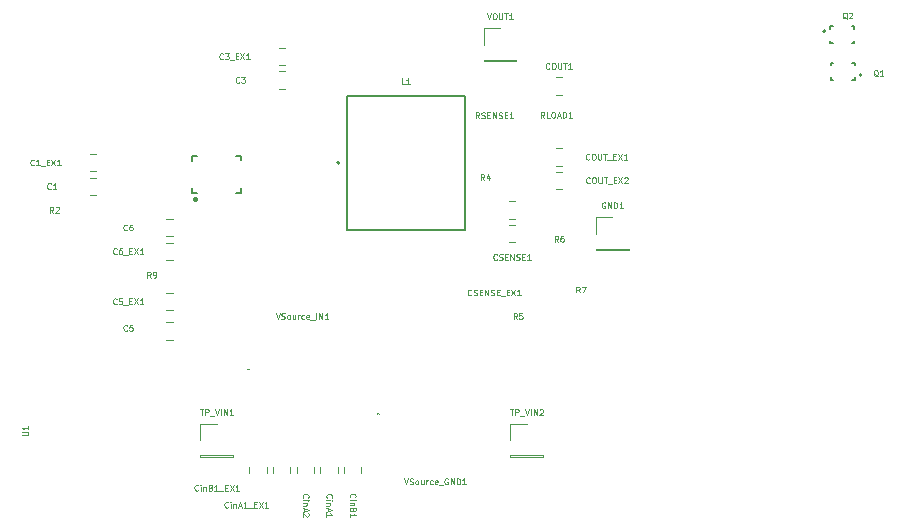
<source format=gbr>
%TF.GenerationSoftware,KiCad,Pcbnew,9.0.1*%
%TF.CreationDate,2025-11-16T17:19:11-08:00*%
%TF.ProjectId,GaN-LTC7800-Alternate,47614e2d-4c54-4433-9738-30302d416c74,rev?*%
%TF.SameCoordinates,Original*%
%TF.FileFunction,Legend,Top*%
%TF.FilePolarity,Positive*%
%FSLAX46Y46*%
G04 Gerber Fmt 4.6, Leading zero omitted, Abs format (unit mm)*
G04 Created by KiCad (PCBNEW 9.0.1) date 2025-11-16 17:19:11*
%MOMM*%
%LPD*%
G01*
G04 APERTURE LIST*
%ADD10C,0.062500*%
%ADD11C,0.120000*%
%ADD12C,0.100000*%
%ADD13C,0.127000*%
%ADD14C,0.300000*%
%ADD15C,0.200000*%
G04 APERTURE END LIST*
D10*
X77023810Y-56930440D02*
X77000001Y-56954250D01*
X77000001Y-56954250D02*
X76928572Y-56978059D01*
X76928572Y-56978059D02*
X76880953Y-56978059D01*
X76880953Y-56978059D02*
X76809525Y-56954250D01*
X76809525Y-56954250D02*
X76761906Y-56906630D01*
X76761906Y-56906630D02*
X76738096Y-56859011D01*
X76738096Y-56859011D02*
X76714287Y-56763773D01*
X76714287Y-56763773D02*
X76714287Y-56692345D01*
X76714287Y-56692345D02*
X76738096Y-56597107D01*
X76738096Y-56597107D02*
X76761906Y-56549488D01*
X76761906Y-56549488D02*
X76809525Y-56501869D01*
X76809525Y-56501869D02*
X76880953Y-56478059D01*
X76880953Y-56478059D02*
X76928572Y-56478059D01*
X76928572Y-56478059D02*
X77000001Y-56501869D01*
X77000001Y-56501869D02*
X77023810Y-56525678D01*
X77500001Y-56978059D02*
X77214287Y-56978059D01*
X77357144Y-56978059D02*
X77357144Y-56478059D01*
X77357144Y-56478059D02*
X77309525Y-56549488D01*
X77309525Y-56549488D02*
X77261906Y-56597107D01*
X77261906Y-56597107D02*
X77214287Y-56620916D01*
X77595239Y-57025678D02*
X77976191Y-57025678D01*
X78095238Y-56716154D02*
X78261905Y-56716154D01*
X78333333Y-56978059D02*
X78095238Y-56978059D01*
X78095238Y-56978059D02*
X78095238Y-56478059D01*
X78095238Y-56478059D02*
X78333333Y-56478059D01*
X78500000Y-56478059D02*
X78833333Y-56978059D01*
X78833333Y-56478059D02*
X78500000Y-56978059D01*
X79285714Y-56978059D02*
X79000000Y-56978059D01*
X79142857Y-56978059D02*
X79142857Y-56478059D01*
X79142857Y-56478059D02*
X79095238Y-56549488D01*
X79095238Y-56549488D02*
X79047619Y-56597107D01*
X79047619Y-56597107D02*
X79000000Y-56620916D01*
X115380953Y-44098059D02*
X115547619Y-44598059D01*
X115547619Y-44598059D02*
X115714286Y-44098059D01*
X115976190Y-44098059D02*
X116071428Y-44098059D01*
X116071428Y-44098059D02*
X116119047Y-44121869D01*
X116119047Y-44121869D02*
X116166666Y-44169488D01*
X116166666Y-44169488D02*
X116190476Y-44264726D01*
X116190476Y-44264726D02*
X116190476Y-44431392D01*
X116190476Y-44431392D02*
X116166666Y-44526630D01*
X116166666Y-44526630D02*
X116119047Y-44574250D01*
X116119047Y-44574250D02*
X116071428Y-44598059D01*
X116071428Y-44598059D02*
X115976190Y-44598059D01*
X115976190Y-44598059D02*
X115928571Y-44574250D01*
X115928571Y-44574250D02*
X115880952Y-44526630D01*
X115880952Y-44526630D02*
X115857143Y-44431392D01*
X115857143Y-44431392D02*
X115857143Y-44264726D01*
X115857143Y-44264726D02*
X115880952Y-44169488D01*
X115880952Y-44169488D02*
X115928571Y-44121869D01*
X115928571Y-44121869D02*
X115976190Y-44098059D01*
X116404762Y-44098059D02*
X116404762Y-44502821D01*
X116404762Y-44502821D02*
X116428572Y-44550440D01*
X116428572Y-44550440D02*
X116452381Y-44574250D01*
X116452381Y-44574250D02*
X116500000Y-44598059D01*
X116500000Y-44598059D02*
X116595238Y-44598059D01*
X116595238Y-44598059D02*
X116642857Y-44574250D01*
X116642857Y-44574250D02*
X116666667Y-44550440D01*
X116666667Y-44550440D02*
X116690476Y-44502821D01*
X116690476Y-44502821D02*
X116690476Y-44098059D01*
X116857144Y-44098059D02*
X117142858Y-44098059D01*
X117000001Y-44598059D02*
X117000001Y-44098059D01*
X117571429Y-44598059D02*
X117285715Y-44598059D01*
X117428572Y-44598059D02*
X117428572Y-44098059D01*
X117428572Y-44098059D02*
X117380953Y-44169488D01*
X117380953Y-44169488D02*
X117333334Y-44217107D01*
X117333334Y-44217107D02*
X117285715Y-44240916D01*
X124085119Y-58430440D02*
X124061310Y-58454250D01*
X124061310Y-58454250D02*
X123989881Y-58478059D01*
X123989881Y-58478059D02*
X123942262Y-58478059D01*
X123942262Y-58478059D02*
X123870834Y-58454250D01*
X123870834Y-58454250D02*
X123823215Y-58406630D01*
X123823215Y-58406630D02*
X123799405Y-58359011D01*
X123799405Y-58359011D02*
X123775596Y-58263773D01*
X123775596Y-58263773D02*
X123775596Y-58192345D01*
X123775596Y-58192345D02*
X123799405Y-58097107D01*
X123799405Y-58097107D02*
X123823215Y-58049488D01*
X123823215Y-58049488D02*
X123870834Y-58001869D01*
X123870834Y-58001869D02*
X123942262Y-57978059D01*
X123942262Y-57978059D02*
X123989881Y-57978059D01*
X123989881Y-57978059D02*
X124061310Y-58001869D01*
X124061310Y-58001869D02*
X124085119Y-58025678D01*
X124394643Y-57978059D02*
X124489881Y-57978059D01*
X124489881Y-57978059D02*
X124537500Y-58001869D01*
X124537500Y-58001869D02*
X124585119Y-58049488D01*
X124585119Y-58049488D02*
X124608929Y-58144726D01*
X124608929Y-58144726D02*
X124608929Y-58311392D01*
X124608929Y-58311392D02*
X124585119Y-58406630D01*
X124585119Y-58406630D02*
X124537500Y-58454250D01*
X124537500Y-58454250D02*
X124489881Y-58478059D01*
X124489881Y-58478059D02*
X124394643Y-58478059D01*
X124394643Y-58478059D02*
X124347024Y-58454250D01*
X124347024Y-58454250D02*
X124299405Y-58406630D01*
X124299405Y-58406630D02*
X124275596Y-58311392D01*
X124275596Y-58311392D02*
X124275596Y-58144726D01*
X124275596Y-58144726D02*
X124299405Y-58049488D01*
X124299405Y-58049488D02*
X124347024Y-58001869D01*
X124347024Y-58001869D02*
X124394643Y-57978059D01*
X124823215Y-57978059D02*
X124823215Y-58382821D01*
X124823215Y-58382821D02*
X124847025Y-58430440D01*
X124847025Y-58430440D02*
X124870834Y-58454250D01*
X124870834Y-58454250D02*
X124918453Y-58478059D01*
X124918453Y-58478059D02*
X125013691Y-58478059D01*
X125013691Y-58478059D02*
X125061310Y-58454250D01*
X125061310Y-58454250D02*
X125085120Y-58430440D01*
X125085120Y-58430440D02*
X125108929Y-58382821D01*
X125108929Y-58382821D02*
X125108929Y-57978059D01*
X125275597Y-57978059D02*
X125561311Y-57978059D01*
X125418454Y-58478059D02*
X125418454Y-57978059D01*
X125608930Y-58525678D02*
X125989882Y-58525678D01*
X126108929Y-58216154D02*
X126275596Y-58216154D01*
X126347024Y-58478059D02*
X126108929Y-58478059D01*
X126108929Y-58478059D02*
X126108929Y-57978059D01*
X126108929Y-57978059D02*
X126347024Y-57978059D01*
X126513691Y-57978059D02*
X126847024Y-58478059D01*
X126847024Y-57978059D02*
X126513691Y-58478059D01*
X127013691Y-58025678D02*
X127037500Y-58001869D01*
X127037500Y-58001869D02*
X127085119Y-57978059D01*
X127085119Y-57978059D02*
X127204167Y-57978059D01*
X127204167Y-57978059D02*
X127251786Y-58001869D01*
X127251786Y-58001869D02*
X127275595Y-58025678D01*
X127275595Y-58025678D02*
X127299405Y-58073297D01*
X127299405Y-58073297D02*
X127299405Y-58120916D01*
X127299405Y-58120916D02*
X127275595Y-58192345D01*
X127275595Y-58192345D02*
X126989881Y-58478059D01*
X126989881Y-58478059D02*
X127299405Y-58478059D01*
X78666666Y-60978059D02*
X78500000Y-60739964D01*
X78380952Y-60978059D02*
X78380952Y-60478059D01*
X78380952Y-60478059D02*
X78571428Y-60478059D01*
X78571428Y-60478059D02*
X78619047Y-60501869D01*
X78619047Y-60501869D02*
X78642857Y-60525678D01*
X78642857Y-60525678D02*
X78666666Y-60573297D01*
X78666666Y-60573297D02*
X78666666Y-60644726D01*
X78666666Y-60644726D02*
X78642857Y-60692345D01*
X78642857Y-60692345D02*
X78619047Y-60716154D01*
X78619047Y-60716154D02*
X78571428Y-60739964D01*
X78571428Y-60739964D02*
X78380952Y-60739964D01*
X78857143Y-60525678D02*
X78880952Y-60501869D01*
X78880952Y-60501869D02*
X78928571Y-60478059D01*
X78928571Y-60478059D02*
X79047619Y-60478059D01*
X79047619Y-60478059D02*
X79095238Y-60501869D01*
X79095238Y-60501869D02*
X79119047Y-60525678D01*
X79119047Y-60525678D02*
X79142857Y-60573297D01*
X79142857Y-60573297D02*
X79142857Y-60620916D01*
X79142857Y-60620916D02*
X79119047Y-60692345D01*
X79119047Y-60692345D02*
X78833333Y-60978059D01*
X78833333Y-60978059D02*
X79142857Y-60978059D01*
X108369049Y-83478059D02*
X108535715Y-83978059D01*
X108535715Y-83978059D02*
X108702382Y-83478059D01*
X108845239Y-83954250D02*
X108916667Y-83978059D01*
X108916667Y-83978059D02*
X109035715Y-83978059D01*
X109035715Y-83978059D02*
X109083334Y-83954250D01*
X109083334Y-83954250D02*
X109107143Y-83930440D01*
X109107143Y-83930440D02*
X109130953Y-83882821D01*
X109130953Y-83882821D02*
X109130953Y-83835202D01*
X109130953Y-83835202D02*
X109107143Y-83787583D01*
X109107143Y-83787583D02*
X109083334Y-83763773D01*
X109083334Y-83763773D02*
X109035715Y-83739964D01*
X109035715Y-83739964D02*
X108940477Y-83716154D01*
X108940477Y-83716154D02*
X108892858Y-83692345D01*
X108892858Y-83692345D02*
X108869048Y-83668535D01*
X108869048Y-83668535D02*
X108845239Y-83620916D01*
X108845239Y-83620916D02*
X108845239Y-83573297D01*
X108845239Y-83573297D02*
X108869048Y-83525678D01*
X108869048Y-83525678D02*
X108892858Y-83501869D01*
X108892858Y-83501869D02*
X108940477Y-83478059D01*
X108940477Y-83478059D02*
X109059524Y-83478059D01*
X109059524Y-83478059D02*
X109130953Y-83501869D01*
X109416667Y-83978059D02*
X109369048Y-83954250D01*
X109369048Y-83954250D02*
X109345238Y-83930440D01*
X109345238Y-83930440D02*
X109321429Y-83882821D01*
X109321429Y-83882821D02*
X109321429Y-83739964D01*
X109321429Y-83739964D02*
X109345238Y-83692345D01*
X109345238Y-83692345D02*
X109369048Y-83668535D01*
X109369048Y-83668535D02*
X109416667Y-83644726D01*
X109416667Y-83644726D02*
X109488095Y-83644726D01*
X109488095Y-83644726D02*
X109535714Y-83668535D01*
X109535714Y-83668535D02*
X109559524Y-83692345D01*
X109559524Y-83692345D02*
X109583333Y-83739964D01*
X109583333Y-83739964D02*
X109583333Y-83882821D01*
X109583333Y-83882821D02*
X109559524Y-83930440D01*
X109559524Y-83930440D02*
X109535714Y-83954250D01*
X109535714Y-83954250D02*
X109488095Y-83978059D01*
X109488095Y-83978059D02*
X109416667Y-83978059D01*
X110011905Y-83644726D02*
X110011905Y-83978059D01*
X109797619Y-83644726D02*
X109797619Y-83906630D01*
X109797619Y-83906630D02*
X109821429Y-83954250D01*
X109821429Y-83954250D02*
X109869048Y-83978059D01*
X109869048Y-83978059D02*
X109940476Y-83978059D01*
X109940476Y-83978059D02*
X109988095Y-83954250D01*
X109988095Y-83954250D02*
X110011905Y-83930440D01*
X110250000Y-83978059D02*
X110250000Y-83644726D01*
X110250000Y-83739964D02*
X110273810Y-83692345D01*
X110273810Y-83692345D02*
X110297619Y-83668535D01*
X110297619Y-83668535D02*
X110345238Y-83644726D01*
X110345238Y-83644726D02*
X110392857Y-83644726D01*
X110773810Y-83954250D02*
X110726191Y-83978059D01*
X110726191Y-83978059D02*
X110630953Y-83978059D01*
X110630953Y-83978059D02*
X110583334Y-83954250D01*
X110583334Y-83954250D02*
X110559524Y-83930440D01*
X110559524Y-83930440D02*
X110535715Y-83882821D01*
X110535715Y-83882821D02*
X110535715Y-83739964D01*
X110535715Y-83739964D02*
X110559524Y-83692345D01*
X110559524Y-83692345D02*
X110583334Y-83668535D01*
X110583334Y-83668535D02*
X110630953Y-83644726D01*
X110630953Y-83644726D02*
X110726191Y-83644726D01*
X110726191Y-83644726D02*
X110773810Y-83668535D01*
X111178571Y-83954250D02*
X111130952Y-83978059D01*
X111130952Y-83978059D02*
X111035714Y-83978059D01*
X111035714Y-83978059D02*
X110988095Y-83954250D01*
X110988095Y-83954250D02*
X110964286Y-83906630D01*
X110964286Y-83906630D02*
X110964286Y-83716154D01*
X110964286Y-83716154D02*
X110988095Y-83668535D01*
X110988095Y-83668535D02*
X111035714Y-83644726D01*
X111035714Y-83644726D02*
X111130952Y-83644726D01*
X111130952Y-83644726D02*
X111178571Y-83668535D01*
X111178571Y-83668535D02*
X111202381Y-83716154D01*
X111202381Y-83716154D02*
X111202381Y-83763773D01*
X111202381Y-83763773D02*
X110964286Y-83811392D01*
X111297619Y-84025678D02*
X111678571Y-84025678D01*
X112059523Y-83501869D02*
X112011904Y-83478059D01*
X112011904Y-83478059D02*
X111940475Y-83478059D01*
X111940475Y-83478059D02*
X111869047Y-83501869D01*
X111869047Y-83501869D02*
X111821428Y-83549488D01*
X111821428Y-83549488D02*
X111797618Y-83597107D01*
X111797618Y-83597107D02*
X111773809Y-83692345D01*
X111773809Y-83692345D02*
X111773809Y-83763773D01*
X111773809Y-83763773D02*
X111797618Y-83859011D01*
X111797618Y-83859011D02*
X111821428Y-83906630D01*
X111821428Y-83906630D02*
X111869047Y-83954250D01*
X111869047Y-83954250D02*
X111940475Y-83978059D01*
X111940475Y-83978059D02*
X111988094Y-83978059D01*
X111988094Y-83978059D02*
X112059523Y-83954250D01*
X112059523Y-83954250D02*
X112083332Y-83930440D01*
X112083332Y-83930440D02*
X112083332Y-83763773D01*
X112083332Y-83763773D02*
X111988094Y-83763773D01*
X112297618Y-83978059D02*
X112297618Y-83478059D01*
X112297618Y-83478059D02*
X112583332Y-83978059D01*
X112583332Y-83978059D02*
X112583332Y-83478059D01*
X112821428Y-83978059D02*
X112821428Y-83478059D01*
X112821428Y-83478059D02*
X112940476Y-83478059D01*
X112940476Y-83478059D02*
X113011904Y-83501869D01*
X113011904Y-83501869D02*
X113059523Y-83549488D01*
X113059523Y-83549488D02*
X113083333Y-83597107D01*
X113083333Y-83597107D02*
X113107142Y-83692345D01*
X113107142Y-83692345D02*
X113107142Y-83763773D01*
X113107142Y-83763773D02*
X113083333Y-83859011D01*
X113083333Y-83859011D02*
X113059523Y-83906630D01*
X113059523Y-83906630D02*
X113011904Y-83954250D01*
X113011904Y-83954250D02*
X112940476Y-83978059D01*
X112940476Y-83978059D02*
X112821428Y-83978059D01*
X113583333Y-83978059D02*
X113297619Y-83978059D01*
X113440476Y-83978059D02*
X113440476Y-83478059D01*
X113440476Y-83478059D02*
X113392857Y-83549488D01*
X113392857Y-83549488D02*
X113345238Y-83597107D01*
X113345238Y-83597107D02*
X113297619Y-83620916D01*
X124047619Y-56430440D02*
X124023810Y-56454250D01*
X124023810Y-56454250D02*
X123952381Y-56478059D01*
X123952381Y-56478059D02*
X123904762Y-56478059D01*
X123904762Y-56478059D02*
X123833334Y-56454250D01*
X123833334Y-56454250D02*
X123785715Y-56406630D01*
X123785715Y-56406630D02*
X123761905Y-56359011D01*
X123761905Y-56359011D02*
X123738096Y-56263773D01*
X123738096Y-56263773D02*
X123738096Y-56192345D01*
X123738096Y-56192345D02*
X123761905Y-56097107D01*
X123761905Y-56097107D02*
X123785715Y-56049488D01*
X123785715Y-56049488D02*
X123833334Y-56001869D01*
X123833334Y-56001869D02*
X123904762Y-55978059D01*
X123904762Y-55978059D02*
X123952381Y-55978059D01*
X123952381Y-55978059D02*
X124023810Y-56001869D01*
X124023810Y-56001869D02*
X124047619Y-56025678D01*
X124357143Y-55978059D02*
X124452381Y-55978059D01*
X124452381Y-55978059D02*
X124500000Y-56001869D01*
X124500000Y-56001869D02*
X124547619Y-56049488D01*
X124547619Y-56049488D02*
X124571429Y-56144726D01*
X124571429Y-56144726D02*
X124571429Y-56311392D01*
X124571429Y-56311392D02*
X124547619Y-56406630D01*
X124547619Y-56406630D02*
X124500000Y-56454250D01*
X124500000Y-56454250D02*
X124452381Y-56478059D01*
X124452381Y-56478059D02*
X124357143Y-56478059D01*
X124357143Y-56478059D02*
X124309524Y-56454250D01*
X124309524Y-56454250D02*
X124261905Y-56406630D01*
X124261905Y-56406630D02*
X124238096Y-56311392D01*
X124238096Y-56311392D02*
X124238096Y-56144726D01*
X124238096Y-56144726D02*
X124261905Y-56049488D01*
X124261905Y-56049488D02*
X124309524Y-56001869D01*
X124309524Y-56001869D02*
X124357143Y-55978059D01*
X124785715Y-55978059D02*
X124785715Y-56382821D01*
X124785715Y-56382821D02*
X124809525Y-56430440D01*
X124809525Y-56430440D02*
X124833334Y-56454250D01*
X124833334Y-56454250D02*
X124880953Y-56478059D01*
X124880953Y-56478059D02*
X124976191Y-56478059D01*
X124976191Y-56478059D02*
X125023810Y-56454250D01*
X125023810Y-56454250D02*
X125047620Y-56430440D01*
X125047620Y-56430440D02*
X125071429Y-56382821D01*
X125071429Y-56382821D02*
X125071429Y-55978059D01*
X125238097Y-55978059D02*
X125523811Y-55978059D01*
X125380954Y-56478059D02*
X125380954Y-55978059D01*
X125571430Y-56525678D02*
X125952382Y-56525678D01*
X126071429Y-56216154D02*
X126238096Y-56216154D01*
X126309524Y-56478059D02*
X126071429Y-56478059D01*
X126071429Y-56478059D02*
X126071429Y-55978059D01*
X126071429Y-55978059D02*
X126309524Y-55978059D01*
X126476191Y-55978059D02*
X126809524Y-56478059D01*
X126809524Y-55978059D02*
X126476191Y-56478059D01*
X127261905Y-56478059D02*
X126976191Y-56478059D01*
X127119048Y-56478059D02*
X127119048Y-55978059D01*
X127119048Y-55978059D02*
X127071429Y-56049488D01*
X127071429Y-56049488D02*
X127023810Y-56097107D01*
X127023810Y-56097107D02*
X126976191Y-56120916D01*
X84916666Y-62430440D02*
X84892857Y-62454250D01*
X84892857Y-62454250D02*
X84821428Y-62478059D01*
X84821428Y-62478059D02*
X84773809Y-62478059D01*
X84773809Y-62478059D02*
X84702381Y-62454250D01*
X84702381Y-62454250D02*
X84654762Y-62406630D01*
X84654762Y-62406630D02*
X84630952Y-62359011D01*
X84630952Y-62359011D02*
X84607143Y-62263773D01*
X84607143Y-62263773D02*
X84607143Y-62192345D01*
X84607143Y-62192345D02*
X84630952Y-62097107D01*
X84630952Y-62097107D02*
X84654762Y-62049488D01*
X84654762Y-62049488D02*
X84702381Y-62001869D01*
X84702381Y-62001869D02*
X84773809Y-61978059D01*
X84773809Y-61978059D02*
X84821428Y-61978059D01*
X84821428Y-61978059D02*
X84892857Y-62001869D01*
X84892857Y-62001869D02*
X84916666Y-62025678D01*
X85345238Y-61978059D02*
X85250000Y-61978059D01*
X85250000Y-61978059D02*
X85202381Y-62001869D01*
X85202381Y-62001869D02*
X85178571Y-62025678D01*
X85178571Y-62025678D02*
X85130952Y-62097107D01*
X85130952Y-62097107D02*
X85107143Y-62192345D01*
X85107143Y-62192345D02*
X85107143Y-62382821D01*
X85107143Y-62382821D02*
X85130952Y-62430440D01*
X85130952Y-62430440D02*
X85154762Y-62454250D01*
X85154762Y-62454250D02*
X85202381Y-62478059D01*
X85202381Y-62478059D02*
X85297619Y-62478059D01*
X85297619Y-62478059D02*
X85345238Y-62454250D01*
X85345238Y-62454250D02*
X85369047Y-62430440D01*
X85369047Y-62430440D02*
X85392857Y-62382821D01*
X85392857Y-62382821D02*
X85392857Y-62263773D01*
X85392857Y-62263773D02*
X85369047Y-62216154D01*
X85369047Y-62216154D02*
X85345238Y-62192345D01*
X85345238Y-62192345D02*
X85297619Y-62168535D01*
X85297619Y-62168535D02*
X85202381Y-62168535D01*
X85202381Y-62168535D02*
X85154762Y-62192345D01*
X85154762Y-62192345D02*
X85130952Y-62216154D01*
X85130952Y-62216154D02*
X85107143Y-62263773D01*
X97500001Y-69478059D02*
X97666667Y-69978059D01*
X97666667Y-69978059D02*
X97833334Y-69478059D01*
X97976191Y-69954250D02*
X98047619Y-69978059D01*
X98047619Y-69978059D02*
X98166667Y-69978059D01*
X98166667Y-69978059D02*
X98214286Y-69954250D01*
X98214286Y-69954250D02*
X98238095Y-69930440D01*
X98238095Y-69930440D02*
X98261905Y-69882821D01*
X98261905Y-69882821D02*
X98261905Y-69835202D01*
X98261905Y-69835202D02*
X98238095Y-69787583D01*
X98238095Y-69787583D02*
X98214286Y-69763773D01*
X98214286Y-69763773D02*
X98166667Y-69739964D01*
X98166667Y-69739964D02*
X98071429Y-69716154D01*
X98071429Y-69716154D02*
X98023810Y-69692345D01*
X98023810Y-69692345D02*
X98000000Y-69668535D01*
X98000000Y-69668535D02*
X97976191Y-69620916D01*
X97976191Y-69620916D02*
X97976191Y-69573297D01*
X97976191Y-69573297D02*
X98000000Y-69525678D01*
X98000000Y-69525678D02*
X98023810Y-69501869D01*
X98023810Y-69501869D02*
X98071429Y-69478059D01*
X98071429Y-69478059D02*
X98190476Y-69478059D01*
X98190476Y-69478059D02*
X98261905Y-69501869D01*
X98547619Y-69978059D02*
X98500000Y-69954250D01*
X98500000Y-69954250D02*
X98476190Y-69930440D01*
X98476190Y-69930440D02*
X98452381Y-69882821D01*
X98452381Y-69882821D02*
X98452381Y-69739964D01*
X98452381Y-69739964D02*
X98476190Y-69692345D01*
X98476190Y-69692345D02*
X98500000Y-69668535D01*
X98500000Y-69668535D02*
X98547619Y-69644726D01*
X98547619Y-69644726D02*
X98619047Y-69644726D01*
X98619047Y-69644726D02*
X98666666Y-69668535D01*
X98666666Y-69668535D02*
X98690476Y-69692345D01*
X98690476Y-69692345D02*
X98714285Y-69739964D01*
X98714285Y-69739964D02*
X98714285Y-69882821D01*
X98714285Y-69882821D02*
X98690476Y-69930440D01*
X98690476Y-69930440D02*
X98666666Y-69954250D01*
X98666666Y-69954250D02*
X98619047Y-69978059D01*
X98619047Y-69978059D02*
X98547619Y-69978059D01*
X99142857Y-69644726D02*
X99142857Y-69978059D01*
X98928571Y-69644726D02*
X98928571Y-69906630D01*
X98928571Y-69906630D02*
X98952381Y-69954250D01*
X98952381Y-69954250D02*
X99000000Y-69978059D01*
X99000000Y-69978059D02*
X99071428Y-69978059D01*
X99071428Y-69978059D02*
X99119047Y-69954250D01*
X99119047Y-69954250D02*
X99142857Y-69930440D01*
X99380952Y-69978059D02*
X99380952Y-69644726D01*
X99380952Y-69739964D02*
X99404762Y-69692345D01*
X99404762Y-69692345D02*
X99428571Y-69668535D01*
X99428571Y-69668535D02*
X99476190Y-69644726D01*
X99476190Y-69644726D02*
X99523809Y-69644726D01*
X99904762Y-69954250D02*
X99857143Y-69978059D01*
X99857143Y-69978059D02*
X99761905Y-69978059D01*
X99761905Y-69978059D02*
X99714286Y-69954250D01*
X99714286Y-69954250D02*
X99690476Y-69930440D01*
X99690476Y-69930440D02*
X99666667Y-69882821D01*
X99666667Y-69882821D02*
X99666667Y-69739964D01*
X99666667Y-69739964D02*
X99690476Y-69692345D01*
X99690476Y-69692345D02*
X99714286Y-69668535D01*
X99714286Y-69668535D02*
X99761905Y-69644726D01*
X99761905Y-69644726D02*
X99857143Y-69644726D01*
X99857143Y-69644726D02*
X99904762Y-69668535D01*
X100309523Y-69954250D02*
X100261904Y-69978059D01*
X100261904Y-69978059D02*
X100166666Y-69978059D01*
X100166666Y-69978059D02*
X100119047Y-69954250D01*
X100119047Y-69954250D02*
X100095238Y-69906630D01*
X100095238Y-69906630D02*
X100095238Y-69716154D01*
X100095238Y-69716154D02*
X100119047Y-69668535D01*
X100119047Y-69668535D02*
X100166666Y-69644726D01*
X100166666Y-69644726D02*
X100261904Y-69644726D01*
X100261904Y-69644726D02*
X100309523Y-69668535D01*
X100309523Y-69668535D02*
X100333333Y-69716154D01*
X100333333Y-69716154D02*
X100333333Y-69763773D01*
X100333333Y-69763773D02*
X100095238Y-69811392D01*
X100428571Y-70025678D02*
X100809523Y-70025678D01*
X100928570Y-69978059D02*
X100928570Y-69478059D01*
X101166665Y-69978059D02*
X101166665Y-69478059D01*
X101166665Y-69478059D02*
X101452379Y-69978059D01*
X101452379Y-69978059D02*
X101452379Y-69478059D01*
X101952380Y-69978059D02*
X101666666Y-69978059D01*
X101809523Y-69978059D02*
X101809523Y-69478059D01*
X101809523Y-69478059D02*
X101761904Y-69549488D01*
X101761904Y-69549488D02*
X101714285Y-69597107D01*
X101714285Y-69597107D02*
X101666666Y-69620916D01*
X76008419Y-79819762D02*
X76413181Y-79819762D01*
X76413181Y-79819762D02*
X76460800Y-79795952D01*
X76460800Y-79795952D02*
X76484610Y-79772143D01*
X76484610Y-79772143D02*
X76508419Y-79724524D01*
X76508419Y-79724524D02*
X76508419Y-79629286D01*
X76508419Y-79629286D02*
X76484610Y-79581667D01*
X76484610Y-79581667D02*
X76460800Y-79557857D01*
X76460800Y-79557857D02*
X76413181Y-79534048D01*
X76413181Y-79534048D02*
X76008419Y-79534048D01*
X76508419Y-79034047D02*
X76508419Y-79319761D01*
X76508419Y-79176904D02*
X76008419Y-79176904D01*
X76008419Y-79176904D02*
X76079848Y-79224523D01*
X76079848Y-79224523D02*
X76127467Y-79272142D01*
X76127467Y-79272142D02*
X76151276Y-79319761D01*
X115166666Y-58228059D02*
X115000000Y-57989964D01*
X114880952Y-58228059D02*
X114880952Y-57728059D01*
X114880952Y-57728059D02*
X115071428Y-57728059D01*
X115071428Y-57728059D02*
X115119047Y-57751869D01*
X115119047Y-57751869D02*
X115142857Y-57775678D01*
X115142857Y-57775678D02*
X115166666Y-57823297D01*
X115166666Y-57823297D02*
X115166666Y-57894726D01*
X115166666Y-57894726D02*
X115142857Y-57942345D01*
X115142857Y-57942345D02*
X115119047Y-57966154D01*
X115119047Y-57966154D02*
X115071428Y-57989964D01*
X115071428Y-57989964D02*
X114880952Y-57989964D01*
X115595238Y-57894726D02*
X115595238Y-58228059D01*
X115476190Y-57704250D02*
X115357143Y-58061392D01*
X115357143Y-58061392D02*
X115666666Y-58061392D01*
X116226190Y-64930440D02*
X116202381Y-64954250D01*
X116202381Y-64954250D02*
X116130952Y-64978059D01*
X116130952Y-64978059D02*
X116083333Y-64978059D01*
X116083333Y-64978059D02*
X116011905Y-64954250D01*
X116011905Y-64954250D02*
X115964286Y-64906630D01*
X115964286Y-64906630D02*
X115940476Y-64859011D01*
X115940476Y-64859011D02*
X115916667Y-64763773D01*
X115916667Y-64763773D02*
X115916667Y-64692345D01*
X115916667Y-64692345D02*
X115940476Y-64597107D01*
X115940476Y-64597107D02*
X115964286Y-64549488D01*
X115964286Y-64549488D02*
X116011905Y-64501869D01*
X116011905Y-64501869D02*
X116083333Y-64478059D01*
X116083333Y-64478059D02*
X116130952Y-64478059D01*
X116130952Y-64478059D02*
X116202381Y-64501869D01*
X116202381Y-64501869D02*
X116226190Y-64525678D01*
X116416667Y-64954250D02*
X116488095Y-64978059D01*
X116488095Y-64978059D02*
X116607143Y-64978059D01*
X116607143Y-64978059D02*
X116654762Y-64954250D01*
X116654762Y-64954250D02*
X116678571Y-64930440D01*
X116678571Y-64930440D02*
X116702381Y-64882821D01*
X116702381Y-64882821D02*
X116702381Y-64835202D01*
X116702381Y-64835202D02*
X116678571Y-64787583D01*
X116678571Y-64787583D02*
X116654762Y-64763773D01*
X116654762Y-64763773D02*
X116607143Y-64739964D01*
X116607143Y-64739964D02*
X116511905Y-64716154D01*
X116511905Y-64716154D02*
X116464286Y-64692345D01*
X116464286Y-64692345D02*
X116440476Y-64668535D01*
X116440476Y-64668535D02*
X116416667Y-64620916D01*
X116416667Y-64620916D02*
X116416667Y-64573297D01*
X116416667Y-64573297D02*
X116440476Y-64525678D01*
X116440476Y-64525678D02*
X116464286Y-64501869D01*
X116464286Y-64501869D02*
X116511905Y-64478059D01*
X116511905Y-64478059D02*
X116630952Y-64478059D01*
X116630952Y-64478059D02*
X116702381Y-64501869D01*
X116916666Y-64716154D02*
X117083333Y-64716154D01*
X117154761Y-64978059D02*
X116916666Y-64978059D01*
X116916666Y-64978059D02*
X116916666Y-64478059D01*
X116916666Y-64478059D02*
X117154761Y-64478059D01*
X117369047Y-64978059D02*
X117369047Y-64478059D01*
X117369047Y-64478059D02*
X117654761Y-64978059D01*
X117654761Y-64978059D02*
X117654761Y-64478059D01*
X117869048Y-64954250D02*
X117940476Y-64978059D01*
X117940476Y-64978059D02*
X118059524Y-64978059D01*
X118059524Y-64978059D02*
X118107143Y-64954250D01*
X118107143Y-64954250D02*
X118130952Y-64930440D01*
X118130952Y-64930440D02*
X118154762Y-64882821D01*
X118154762Y-64882821D02*
X118154762Y-64835202D01*
X118154762Y-64835202D02*
X118130952Y-64787583D01*
X118130952Y-64787583D02*
X118107143Y-64763773D01*
X118107143Y-64763773D02*
X118059524Y-64739964D01*
X118059524Y-64739964D02*
X117964286Y-64716154D01*
X117964286Y-64716154D02*
X117916667Y-64692345D01*
X117916667Y-64692345D02*
X117892857Y-64668535D01*
X117892857Y-64668535D02*
X117869048Y-64620916D01*
X117869048Y-64620916D02*
X117869048Y-64573297D01*
X117869048Y-64573297D02*
X117892857Y-64525678D01*
X117892857Y-64525678D02*
X117916667Y-64501869D01*
X117916667Y-64501869D02*
X117964286Y-64478059D01*
X117964286Y-64478059D02*
X118083333Y-64478059D01*
X118083333Y-64478059D02*
X118154762Y-64501869D01*
X118369047Y-64716154D02*
X118535714Y-64716154D01*
X118607142Y-64978059D02*
X118369047Y-64978059D01*
X118369047Y-64978059D02*
X118369047Y-64478059D01*
X118369047Y-64478059D02*
X118607142Y-64478059D01*
X119083333Y-64978059D02*
X118797619Y-64978059D01*
X118940476Y-64978059D02*
X118940476Y-64478059D01*
X118940476Y-64478059D02*
X118892857Y-64549488D01*
X118892857Y-64549488D02*
X118845238Y-64597107D01*
X118845238Y-64597107D02*
X118797619Y-64620916D01*
X117333334Y-77598059D02*
X117619048Y-77598059D01*
X117476191Y-78098059D02*
X117476191Y-77598059D01*
X117785714Y-78098059D02*
X117785714Y-77598059D01*
X117785714Y-77598059D02*
X117976190Y-77598059D01*
X117976190Y-77598059D02*
X118023809Y-77621869D01*
X118023809Y-77621869D02*
X118047619Y-77645678D01*
X118047619Y-77645678D02*
X118071428Y-77693297D01*
X118071428Y-77693297D02*
X118071428Y-77764726D01*
X118071428Y-77764726D02*
X118047619Y-77812345D01*
X118047619Y-77812345D02*
X118023809Y-77836154D01*
X118023809Y-77836154D02*
X117976190Y-77859964D01*
X117976190Y-77859964D02*
X117785714Y-77859964D01*
X118166667Y-78145678D02*
X118547619Y-78145678D01*
X118595238Y-77598059D02*
X118761904Y-78098059D01*
X118761904Y-78098059D02*
X118928571Y-77598059D01*
X119095237Y-78098059D02*
X119095237Y-77598059D01*
X119333332Y-78098059D02*
X119333332Y-77598059D01*
X119333332Y-77598059D02*
X119619046Y-78098059D01*
X119619046Y-78098059D02*
X119619046Y-77598059D01*
X119833333Y-77645678D02*
X119857142Y-77621869D01*
X119857142Y-77621869D02*
X119904761Y-77598059D01*
X119904761Y-77598059D02*
X120023809Y-77598059D01*
X120023809Y-77598059D02*
X120071428Y-77621869D01*
X120071428Y-77621869D02*
X120095237Y-77645678D01*
X120095237Y-77645678D02*
X120119047Y-77693297D01*
X120119047Y-77693297D02*
X120119047Y-77740916D01*
X120119047Y-77740916D02*
X120095237Y-77812345D01*
X120095237Y-77812345D02*
X119809523Y-78098059D01*
X119809523Y-78098059D02*
X120119047Y-78098059D01*
X145872880Y-44575178D02*
X145825261Y-44551369D01*
X145825261Y-44551369D02*
X145777642Y-44503750D01*
X145777642Y-44503750D02*
X145706214Y-44432321D01*
X145706214Y-44432321D02*
X145658595Y-44408511D01*
X145658595Y-44408511D02*
X145610976Y-44408511D01*
X145634785Y-44527559D02*
X145587166Y-44503750D01*
X145587166Y-44503750D02*
X145539547Y-44456130D01*
X145539547Y-44456130D02*
X145515738Y-44360892D01*
X145515738Y-44360892D02*
X145515738Y-44194226D01*
X145515738Y-44194226D02*
X145539547Y-44098988D01*
X145539547Y-44098988D02*
X145587166Y-44051369D01*
X145587166Y-44051369D02*
X145634785Y-44027559D01*
X145634785Y-44027559D02*
X145730023Y-44027559D01*
X145730023Y-44027559D02*
X145777642Y-44051369D01*
X145777642Y-44051369D02*
X145825261Y-44098988D01*
X145825261Y-44098988D02*
X145849071Y-44194226D01*
X145849071Y-44194226D02*
X145849071Y-44360892D01*
X145849071Y-44360892D02*
X145825261Y-44456130D01*
X145825261Y-44456130D02*
X145777642Y-44503750D01*
X145777642Y-44503750D02*
X145730023Y-44527559D01*
X145730023Y-44527559D02*
X145634785Y-44527559D01*
X146039548Y-44075178D02*
X146063357Y-44051369D01*
X146063357Y-44051369D02*
X146110976Y-44027559D01*
X146110976Y-44027559D02*
X146230024Y-44027559D01*
X146230024Y-44027559D02*
X146277643Y-44051369D01*
X146277643Y-44051369D02*
X146301452Y-44075178D01*
X146301452Y-44075178D02*
X146325262Y-44122797D01*
X146325262Y-44122797D02*
X146325262Y-44170416D01*
X146325262Y-44170416D02*
X146301452Y-44241845D01*
X146301452Y-44241845D02*
X146015738Y-44527559D01*
X146015738Y-44527559D02*
X146325262Y-44527559D01*
X114071429Y-67930440D02*
X114047620Y-67954250D01*
X114047620Y-67954250D02*
X113976191Y-67978059D01*
X113976191Y-67978059D02*
X113928572Y-67978059D01*
X113928572Y-67978059D02*
X113857144Y-67954250D01*
X113857144Y-67954250D02*
X113809525Y-67906630D01*
X113809525Y-67906630D02*
X113785715Y-67859011D01*
X113785715Y-67859011D02*
X113761906Y-67763773D01*
X113761906Y-67763773D02*
X113761906Y-67692345D01*
X113761906Y-67692345D02*
X113785715Y-67597107D01*
X113785715Y-67597107D02*
X113809525Y-67549488D01*
X113809525Y-67549488D02*
X113857144Y-67501869D01*
X113857144Y-67501869D02*
X113928572Y-67478059D01*
X113928572Y-67478059D02*
X113976191Y-67478059D01*
X113976191Y-67478059D02*
X114047620Y-67501869D01*
X114047620Y-67501869D02*
X114071429Y-67525678D01*
X114261906Y-67954250D02*
X114333334Y-67978059D01*
X114333334Y-67978059D02*
X114452382Y-67978059D01*
X114452382Y-67978059D02*
X114500001Y-67954250D01*
X114500001Y-67954250D02*
X114523810Y-67930440D01*
X114523810Y-67930440D02*
X114547620Y-67882821D01*
X114547620Y-67882821D02*
X114547620Y-67835202D01*
X114547620Y-67835202D02*
X114523810Y-67787583D01*
X114523810Y-67787583D02*
X114500001Y-67763773D01*
X114500001Y-67763773D02*
X114452382Y-67739964D01*
X114452382Y-67739964D02*
X114357144Y-67716154D01*
X114357144Y-67716154D02*
X114309525Y-67692345D01*
X114309525Y-67692345D02*
X114285715Y-67668535D01*
X114285715Y-67668535D02*
X114261906Y-67620916D01*
X114261906Y-67620916D02*
X114261906Y-67573297D01*
X114261906Y-67573297D02*
X114285715Y-67525678D01*
X114285715Y-67525678D02*
X114309525Y-67501869D01*
X114309525Y-67501869D02*
X114357144Y-67478059D01*
X114357144Y-67478059D02*
X114476191Y-67478059D01*
X114476191Y-67478059D02*
X114547620Y-67501869D01*
X114761905Y-67716154D02*
X114928572Y-67716154D01*
X115000000Y-67978059D02*
X114761905Y-67978059D01*
X114761905Y-67978059D02*
X114761905Y-67478059D01*
X114761905Y-67478059D02*
X115000000Y-67478059D01*
X115214286Y-67978059D02*
X115214286Y-67478059D01*
X115214286Y-67478059D02*
X115500000Y-67978059D01*
X115500000Y-67978059D02*
X115500000Y-67478059D01*
X115714287Y-67954250D02*
X115785715Y-67978059D01*
X115785715Y-67978059D02*
X115904763Y-67978059D01*
X115904763Y-67978059D02*
X115952382Y-67954250D01*
X115952382Y-67954250D02*
X115976191Y-67930440D01*
X115976191Y-67930440D02*
X116000001Y-67882821D01*
X116000001Y-67882821D02*
X116000001Y-67835202D01*
X116000001Y-67835202D02*
X115976191Y-67787583D01*
X115976191Y-67787583D02*
X115952382Y-67763773D01*
X115952382Y-67763773D02*
X115904763Y-67739964D01*
X115904763Y-67739964D02*
X115809525Y-67716154D01*
X115809525Y-67716154D02*
X115761906Y-67692345D01*
X115761906Y-67692345D02*
X115738096Y-67668535D01*
X115738096Y-67668535D02*
X115714287Y-67620916D01*
X115714287Y-67620916D02*
X115714287Y-67573297D01*
X115714287Y-67573297D02*
X115738096Y-67525678D01*
X115738096Y-67525678D02*
X115761906Y-67501869D01*
X115761906Y-67501869D02*
X115809525Y-67478059D01*
X115809525Y-67478059D02*
X115928572Y-67478059D01*
X115928572Y-67478059D02*
X116000001Y-67501869D01*
X116214286Y-67716154D02*
X116380953Y-67716154D01*
X116452381Y-67978059D02*
X116214286Y-67978059D01*
X116214286Y-67978059D02*
X116214286Y-67478059D01*
X116214286Y-67478059D02*
X116452381Y-67478059D01*
X116547620Y-68025678D02*
X116928572Y-68025678D01*
X117047619Y-67716154D02*
X117214286Y-67716154D01*
X117285714Y-67978059D02*
X117047619Y-67978059D01*
X117047619Y-67978059D02*
X117047619Y-67478059D01*
X117047619Y-67478059D02*
X117285714Y-67478059D01*
X117452381Y-67478059D02*
X117785714Y-67978059D01*
X117785714Y-67478059D02*
X117452381Y-67978059D01*
X118238095Y-67978059D02*
X117952381Y-67978059D01*
X118095238Y-67978059D02*
X118095238Y-67478059D01*
X118095238Y-67478059D02*
X118047619Y-67549488D01*
X118047619Y-67549488D02*
X118000000Y-67597107D01*
X118000000Y-67597107D02*
X117952381Y-67620916D01*
X84916666Y-70930440D02*
X84892857Y-70954250D01*
X84892857Y-70954250D02*
X84821428Y-70978059D01*
X84821428Y-70978059D02*
X84773809Y-70978059D01*
X84773809Y-70978059D02*
X84702381Y-70954250D01*
X84702381Y-70954250D02*
X84654762Y-70906630D01*
X84654762Y-70906630D02*
X84630952Y-70859011D01*
X84630952Y-70859011D02*
X84607143Y-70763773D01*
X84607143Y-70763773D02*
X84607143Y-70692345D01*
X84607143Y-70692345D02*
X84630952Y-70597107D01*
X84630952Y-70597107D02*
X84654762Y-70549488D01*
X84654762Y-70549488D02*
X84702381Y-70501869D01*
X84702381Y-70501869D02*
X84773809Y-70478059D01*
X84773809Y-70478059D02*
X84821428Y-70478059D01*
X84821428Y-70478059D02*
X84892857Y-70501869D01*
X84892857Y-70501869D02*
X84916666Y-70525678D01*
X85369047Y-70478059D02*
X85130952Y-70478059D01*
X85130952Y-70478059D02*
X85107143Y-70716154D01*
X85107143Y-70716154D02*
X85130952Y-70692345D01*
X85130952Y-70692345D02*
X85178571Y-70668535D01*
X85178571Y-70668535D02*
X85297619Y-70668535D01*
X85297619Y-70668535D02*
X85345238Y-70692345D01*
X85345238Y-70692345D02*
X85369047Y-70716154D01*
X85369047Y-70716154D02*
X85392857Y-70763773D01*
X85392857Y-70763773D02*
X85392857Y-70882821D01*
X85392857Y-70882821D02*
X85369047Y-70930440D01*
X85369047Y-70930440D02*
X85345238Y-70954250D01*
X85345238Y-70954250D02*
X85297619Y-70978059D01*
X85297619Y-70978059D02*
X85178571Y-70978059D01*
X85178571Y-70978059D02*
X85130952Y-70954250D01*
X85130952Y-70954250D02*
X85107143Y-70930440D01*
X78454166Y-58930440D02*
X78430357Y-58954250D01*
X78430357Y-58954250D02*
X78358928Y-58978059D01*
X78358928Y-58978059D02*
X78311309Y-58978059D01*
X78311309Y-58978059D02*
X78239881Y-58954250D01*
X78239881Y-58954250D02*
X78192262Y-58906630D01*
X78192262Y-58906630D02*
X78168452Y-58859011D01*
X78168452Y-58859011D02*
X78144643Y-58763773D01*
X78144643Y-58763773D02*
X78144643Y-58692345D01*
X78144643Y-58692345D02*
X78168452Y-58597107D01*
X78168452Y-58597107D02*
X78192262Y-58549488D01*
X78192262Y-58549488D02*
X78239881Y-58501869D01*
X78239881Y-58501869D02*
X78311309Y-58478059D01*
X78311309Y-58478059D02*
X78358928Y-58478059D01*
X78358928Y-58478059D02*
X78430357Y-58501869D01*
X78430357Y-58501869D02*
X78454166Y-58525678D01*
X78930357Y-58978059D02*
X78644643Y-58978059D01*
X78787500Y-58978059D02*
X78787500Y-58478059D01*
X78787500Y-58478059D02*
X78739881Y-58549488D01*
X78739881Y-58549488D02*
X78692262Y-58597107D01*
X78692262Y-58597107D02*
X78644643Y-58620916D01*
X94416666Y-49930440D02*
X94392857Y-49954250D01*
X94392857Y-49954250D02*
X94321428Y-49978059D01*
X94321428Y-49978059D02*
X94273809Y-49978059D01*
X94273809Y-49978059D02*
X94202381Y-49954250D01*
X94202381Y-49954250D02*
X94154762Y-49906630D01*
X94154762Y-49906630D02*
X94130952Y-49859011D01*
X94130952Y-49859011D02*
X94107143Y-49763773D01*
X94107143Y-49763773D02*
X94107143Y-49692345D01*
X94107143Y-49692345D02*
X94130952Y-49597107D01*
X94130952Y-49597107D02*
X94154762Y-49549488D01*
X94154762Y-49549488D02*
X94202381Y-49501869D01*
X94202381Y-49501869D02*
X94273809Y-49478059D01*
X94273809Y-49478059D02*
X94321428Y-49478059D01*
X94321428Y-49478059D02*
X94392857Y-49501869D01*
X94392857Y-49501869D02*
X94416666Y-49525678D01*
X94583333Y-49478059D02*
X94892857Y-49478059D01*
X94892857Y-49478059D02*
X94726190Y-49668535D01*
X94726190Y-49668535D02*
X94797619Y-49668535D01*
X94797619Y-49668535D02*
X94845238Y-49692345D01*
X94845238Y-49692345D02*
X94869047Y-49716154D01*
X94869047Y-49716154D02*
X94892857Y-49763773D01*
X94892857Y-49763773D02*
X94892857Y-49882821D01*
X94892857Y-49882821D02*
X94869047Y-49930440D01*
X94869047Y-49930440D02*
X94845238Y-49954250D01*
X94845238Y-49954250D02*
X94797619Y-49978059D01*
X94797619Y-49978059D02*
X94654762Y-49978059D01*
X94654762Y-49978059D02*
X94607143Y-49954250D01*
X94607143Y-49954250D02*
X94583333Y-49930440D01*
X123234166Y-67728059D02*
X123067500Y-67489964D01*
X122948452Y-67728059D02*
X122948452Y-67228059D01*
X122948452Y-67228059D02*
X123138928Y-67228059D01*
X123138928Y-67228059D02*
X123186547Y-67251869D01*
X123186547Y-67251869D02*
X123210357Y-67275678D01*
X123210357Y-67275678D02*
X123234166Y-67323297D01*
X123234166Y-67323297D02*
X123234166Y-67394726D01*
X123234166Y-67394726D02*
X123210357Y-67442345D01*
X123210357Y-67442345D02*
X123186547Y-67466154D01*
X123186547Y-67466154D02*
X123138928Y-67489964D01*
X123138928Y-67489964D02*
X122948452Y-67489964D01*
X123400833Y-67228059D02*
X123734166Y-67228059D01*
X123734166Y-67228059D02*
X123519881Y-67728059D01*
X120664880Y-48750440D02*
X120641071Y-48774250D01*
X120641071Y-48774250D02*
X120569642Y-48798059D01*
X120569642Y-48798059D02*
X120522023Y-48798059D01*
X120522023Y-48798059D02*
X120450595Y-48774250D01*
X120450595Y-48774250D02*
X120402976Y-48726630D01*
X120402976Y-48726630D02*
X120379166Y-48679011D01*
X120379166Y-48679011D02*
X120355357Y-48583773D01*
X120355357Y-48583773D02*
X120355357Y-48512345D01*
X120355357Y-48512345D02*
X120379166Y-48417107D01*
X120379166Y-48417107D02*
X120402976Y-48369488D01*
X120402976Y-48369488D02*
X120450595Y-48321869D01*
X120450595Y-48321869D02*
X120522023Y-48298059D01*
X120522023Y-48298059D02*
X120569642Y-48298059D01*
X120569642Y-48298059D02*
X120641071Y-48321869D01*
X120641071Y-48321869D02*
X120664880Y-48345678D01*
X120974404Y-48298059D02*
X121069642Y-48298059D01*
X121069642Y-48298059D02*
X121117261Y-48321869D01*
X121117261Y-48321869D02*
X121164880Y-48369488D01*
X121164880Y-48369488D02*
X121188690Y-48464726D01*
X121188690Y-48464726D02*
X121188690Y-48631392D01*
X121188690Y-48631392D02*
X121164880Y-48726630D01*
X121164880Y-48726630D02*
X121117261Y-48774250D01*
X121117261Y-48774250D02*
X121069642Y-48798059D01*
X121069642Y-48798059D02*
X120974404Y-48798059D01*
X120974404Y-48798059D02*
X120926785Y-48774250D01*
X120926785Y-48774250D02*
X120879166Y-48726630D01*
X120879166Y-48726630D02*
X120855357Y-48631392D01*
X120855357Y-48631392D02*
X120855357Y-48464726D01*
X120855357Y-48464726D02*
X120879166Y-48369488D01*
X120879166Y-48369488D02*
X120926785Y-48321869D01*
X120926785Y-48321869D02*
X120974404Y-48298059D01*
X121402976Y-48298059D02*
X121402976Y-48702821D01*
X121402976Y-48702821D02*
X121426786Y-48750440D01*
X121426786Y-48750440D02*
X121450595Y-48774250D01*
X121450595Y-48774250D02*
X121498214Y-48798059D01*
X121498214Y-48798059D02*
X121593452Y-48798059D01*
X121593452Y-48798059D02*
X121641071Y-48774250D01*
X121641071Y-48774250D02*
X121664881Y-48750440D01*
X121664881Y-48750440D02*
X121688690Y-48702821D01*
X121688690Y-48702821D02*
X121688690Y-48298059D01*
X121855358Y-48298059D02*
X122141072Y-48298059D01*
X121998215Y-48798059D02*
X121998215Y-48298059D01*
X122569643Y-48798059D02*
X122283929Y-48798059D01*
X122426786Y-48798059D02*
X122426786Y-48298059D01*
X122426786Y-48298059D02*
X122379167Y-48369488D01*
X122379167Y-48369488D02*
X122331548Y-48417107D01*
X122331548Y-48417107D02*
X122283929Y-48440916D01*
X86916666Y-66478059D02*
X86750000Y-66239964D01*
X86630952Y-66478059D02*
X86630952Y-65978059D01*
X86630952Y-65978059D02*
X86821428Y-65978059D01*
X86821428Y-65978059D02*
X86869047Y-66001869D01*
X86869047Y-66001869D02*
X86892857Y-66025678D01*
X86892857Y-66025678D02*
X86916666Y-66073297D01*
X86916666Y-66073297D02*
X86916666Y-66144726D01*
X86916666Y-66144726D02*
X86892857Y-66192345D01*
X86892857Y-66192345D02*
X86869047Y-66216154D01*
X86869047Y-66216154D02*
X86821428Y-66239964D01*
X86821428Y-66239964D02*
X86630952Y-66239964D01*
X87154762Y-66478059D02*
X87250000Y-66478059D01*
X87250000Y-66478059D02*
X87297619Y-66454250D01*
X87297619Y-66454250D02*
X87321428Y-66430440D01*
X87321428Y-66430440D02*
X87369047Y-66359011D01*
X87369047Y-66359011D02*
X87392857Y-66263773D01*
X87392857Y-66263773D02*
X87392857Y-66073297D01*
X87392857Y-66073297D02*
X87369047Y-66025678D01*
X87369047Y-66025678D02*
X87345238Y-66001869D01*
X87345238Y-66001869D02*
X87297619Y-65978059D01*
X87297619Y-65978059D02*
X87202381Y-65978059D01*
X87202381Y-65978059D02*
X87154762Y-66001869D01*
X87154762Y-66001869D02*
X87130952Y-66025678D01*
X87130952Y-66025678D02*
X87107143Y-66073297D01*
X87107143Y-66073297D02*
X87107143Y-66192345D01*
X87107143Y-66192345D02*
X87130952Y-66239964D01*
X87130952Y-66239964D02*
X87154762Y-66263773D01*
X87154762Y-66263773D02*
X87202381Y-66287583D01*
X87202381Y-66287583D02*
X87297619Y-66287583D01*
X87297619Y-66287583D02*
X87345238Y-66263773D01*
X87345238Y-66263773D02*
X87369047Y-66239964D01*
X87369047Y-66239964D02*
X87392857Y-66192345D01*
X90928572Y-84467940D02*
X90904763Y-84491750D01*
X90904763Y-84491750D02*
X90833334Y-84515559D01*
X90833334Y-84515559D02*
X90785715Y-84515559D01*
X90785715Y-84515559D02*
X90714287Y-84491750D01*
X90714287Y-84491750D02*
X90666668Y-84444130D01*
X90666668Y-84444130D02*
X90642858Y-84396511D01*
X90642858Y-84396511D02*
X90619049Y-84301273D01*
X90619049Y-84301273D02*
X90619049Y-84229845D01*
X90619049Y-84229845D02*
X90642858Y-84134607D01*
X90642858Y-84134607D02*
X90666668Y-84086988D01*
X90666668Y-84086988D02*
X90714287Y-84039369D01*
X90714287Y-84039369D02*
X90785715Y-84015559D01*
X90785715Y-84015559D02*
X90833334Y-84015559D01*
X90833334Y-84015559D02*
X90904763Y-84039369D01*
X90904763Y-84039369D02*
X90928572Y-84063178D01*
X91142858Y-84515559D02*
X91142858Y-84182226D01*
X91142858Y-84015559D02*
X91119049Y-84039369D01*
X91119049Y-84039369D02*
X91142858Y-84063178D01*
X91142858Y-84063178D02*
X91166668Y-84039369D01*
X91166668Y-84039369D02*
X91142858Y-84015559D01*
X91142858Y-84015559D02*
X91142858Y-84063178D01*
X91380953Y-84182226D02*
X91380953Y-84515559D01*
X91380953Y-84229845D02*
X91404763Y-84206035D01*
X91404763Y-84206035D02*
X91452382Y-84182226D01*
X91452382Y-84182226D02*
X91523810Y-84182226D01*
X91523810Y-84182226D02*
X91571429Y-84206035D01*
X91571429Y-84206035D02*
X91595239Y-84253654D01*
X91595239Y-84253654D02*
X91595239Y-84515559D01*
X92000001Y-84253654D02*
X92071429Y-84277464D01*
X92071429Y-84277464D02*
X92095239Y-84301273D01*
X92095239Y-84301273D02*
X92119048Y-84348892D01*
X92119048Y-84348892D02*
X92119048Y-84420321D01*
X92119048Y-84420321D02*
X92095239Y-84467940D01*
X92095239Y-84467940D02*
X92071429Y-84491750D01*
X92071429Y-84491750D02*
X92023810Y-84515559D01*
X92023810Y-84515559D02*
X91833334Y-84515559D01*
X91833334Y-84515559D02*
X91833334Y-84015559D01*
X91833334Y-84015559D02*
X92000001Y-84015559D01*
X92000001Y-84015559D02*
X92047620Y-84039369D01*
X92047620Y-84039369D02*
X92071429Y-84063178D01*
X92071429Y-84063178D02*
X92095239Y-84110797D01*
X92095239Y-84110797D02*
X92095239Y-84158416D01*
X92095239Y-84158416D02*
X92071429Y-84206035D01*
X92071429Y-84206035D02*
X92047620Y-84229845D01*
X92047620Y-84229845D02*
X92000001Y-84253654D01*
X92000001Y-84253654D02*
X91833334Y-84253654D01*
X92595239Y-84515559D02*
X92309525Y-84515559D01*
X92452382Y-84515559D02*
X92452382Y-84015559D01*
X92452382Y-84015559D02*
X92404763Y-84086988D01*
X92404763Y-84086988D02*
X92357144Y-84134607D01*
X92357144Y-84134607D02*
X92309525Y-84158416D01*
X92690477Y-84563178D02*
X93071429Y-84563178D01*
X93190476Y-84253654D02*
X93357143Y-84253654D01*
X93428571Y-84515559D02*
X93190476Y-84515559D01*
X93190476Y-84515559D02*
X93190476Y-84015559D01*
X93190476Y-84015559D02*
X93428571Y-84015559D01*
X93595238Y-84015559D02*
X93928571Y-84515559D01*
X93928571Y-84015559D02*
X93595238Y-84515559D01*
X94380952Y-84515559D02*
X94095238Y-84515559D01*
X94238095Y-84515559D02*
X94238095Y-84015559D01*
X94238095Y-84015559D02*
X94190476Y-84086988D01*
X94190476Y-84086988D02*
X94142857Y-84134607D01*
X94142857Y-84134607D02*
X94095238Y-84158416D01*
X93023810Y-47930440D02*
X93000001Y-47954250D01*
X93000001Y-47954250D02*
X92928572Y-47978059D01*
X92928572Y-47978059D02*
X92880953Y-47978059D01*
X92880953Y-47978059D02*
X92809525Y-47954250D01*
X92809525Y-47954250D02*
X92761906Y-47906630D01*
X92761906Y-47906630D02*
X92738096Y-47859011D01*
X92738096Y-47859011D02*
X92714287Y-47763773D01*
X92714287Y-47763773D02*
X92714287Y-47692345D01*
X92714287Y-47692345D02*
X92738096Y-47597107D01*
X92738096Y-47597107D02*
X92761906Y-47549488D01*
X92761906Y-47549488D02*
X92809525Y-47501869D01*
X92809525Y-47501869D02*
X92880953Y-47478059D01*
X92880953Y-47478059D02*
X92928572Y-47478059D01*
X92928572Y-47478059D02*
X93000001Y-47501869D01*
X93000001Y-47501869D02*
X93023810Y-47525678D01*
X93190477Y-47478059D02*
X93500001Y-47478059D01*
X93500001Y-47478059D02*
X93333334Y-47668535D01*
X93333334Y-47668535D02*
X93404763Y-47668535D01*
X93404763Y-47668535D02*
X93452382Y-47692345D01*
X93452382Y-47692345D02*
X93476191Y-47716154D01*
X93476191Y-47716154D02*
X93500001Y-47763773D01*
X93500001Y-47763773D02*
X93500001Y-47882821D01*
X93500001Y-47882821D02*
X93476191Y-47930440D01*
X93476191Y-47930440D02*
X93452382Y-47954250D01*
X93452382Y-47954250D02*
X93404763Y-47978059D01*
X93404763Y-47978059D02*
X93261906Y-47978059D01*
X93261906Y-47978059D02*
X93214287Y-47954250D01*
X93214287Y-47954250D02*
X93190477Y-47930440D01*
X93595239Y-48025678D02*
X93976191Y-48025678D01*
X94095238Y-47716154D02*
X94261905Y-47716154D01*
X94333333Y-47978059D02*
X94095238Y-47978059D01*
X94095238Y-47978059D02*
X94095238Y-47478059D01*
X94095238Y-47478059D02*
X94333333Y-47478059D01*
X94500000Y-47478059D02*
X94833333Y-47978059D01*
X94833333Y-47478059D02*
X94500000Y-47978059D01*
X95285714Y-47978059D02*
X95000000Y-47978059D01*
X95142857Y-47978059D02*
X95142857Y-47478059D01*
X95142857Y-47478059D02*
X95095238Y-47549488D01*
X95095238Y-47549488D02*
X95047619Y-47597107D01*
X95047619Y-47597107D02*
X95000000Y-47620916D01*
X91083334Y-77598059D02*
X91369048Y-77598059D01*
X91226191Y-78098059D02*
X91226191Y-77598059D01*
X91535714Y-78098059D02*
X91535714Y-77598059D01*
X91535714Y-77598059D02*
X91726190Y-77598059D01*
X91726190Y-77598059D02*
X91773809Y-77621869D01*
X91773809Y-77621869D02*
X91797619Y-77645678D01*
X91797619Y-77645678D02*
X91821428Y-77693297D01*
X91821428Y-77693297D02*
X91821428Y-77764726D01*
X91821428Y-77764726D02*
X91797619Y-77812345D01*
X91797619Y-77812345D02*
X91773809Y-77836154D01*
X91773809Y-77836154D02*
X91726190Y-77859964D01*
X91726190Y-77859964D02*
X91535714Y-77859964D01*
X91916667Y-78145678D02*
X92297619Y-78145678D01*
X92345238Y-77598059D02*
X92511904Y-78098059D01*
X92511904Y-78098059D02*
X92678571Y-77598059D01*
X92845237Y-78098059D02*
X92845237Y-77598059D01*
X93083332Y-78098059D02*
X93083332Y-77598059D01*
X93083332Y-77598059D02*
X93369046Y-78098059D01*
X93369046Y-78098059D02*
X93369046Y-77598059D01*
X93869047Y-78098059D02*
X93583333Y-78098059D01*
X93726190Y-78098059D02*
X93726190Y-77598059D01*
X93726190Y-77598059D02*
X93678571Y-77669488D01*
X93678571Y-77669488D02*
X93630952Y-77717107D01*
X93630952Y-77717107D02*
X93583333Y-77740916D01*
X84023810Y-68680440D02*
X84000001Y-68704250D01*
X84000001Y-68704250D02*
X83928572Y-68728059D01*
X83928572Y-68728059D02*
X83880953Y-68728059D01*
X83880953Y-68728059D02*
X83809525Y-68704250D01*
X83809525Y-68704250D02*
X83761906Y-68656630D01*
X83761906Y-68656630D02*
X83738096Y-68609011D01*
X83738096Y-68609011D02*
X83714287Y-68513773D01*
X83714287Y-68513773D02*
X83714287Y-68442345D01*
X83714287Y-68442345D02*
X83738096Y-68347107D01*
X83738096Y-68347107D02*
X83761906Y-68299488D01*
X83761906Y-68299488D02*
X83809525Y-68251869D01*
X83809525Y-68251869D02*
X83880953Y-68228059D01*
X83880953Y-68228059D02*
X83928572Y-68228059D01*
X83928572Y-68228059D02*
X84000001Y-68251869D01*
X84000001Y-68251869D02*
X84023810Y-68275678D01*
X84476191Y-68228059D02*
X84238096Y-68228059D01*
X84238096Y-68228059D02*
X84214287Y-68466154D01*
X84214287Y-68466154D02*
X84238096Y-68442345D01*
X84238096Y-68442345D02*
X84285715Y-68418535D01*
X84285715Y-68418535D02*
X84404763Y-68418535D01*
X84404763Y-68418535D02*
X84452382Y-68442345D01*
X84452382Y-68442345D02*
X84476191Y-68466154D01*
X84476191Y-68466154D02*
X84500001Y-68513773D01*
X84500001Y-68513773D02*
X84500001Y-68632821D01*
X84500001Y-68632821D02*
X84476191Y-68680440D01*
X84476191Y-68680440D02*
X84452382Y-68704250D01*
X84452382Y-68704250D02*
X84404763Y-68728059D01*
X84404763Y-68728059D02*
X84285715Y-68728059D01*
X84285715Y-68728059D02*
X84238096Y-68704250D01*
X84238096Y-68704250D02*
X84214287Y-68680440D01*
X84595239Y-68775678D02*
X84976191Y-68775678D01*
X85095238Y-68466154D02*
X85261905Y-68466154D01*
X85333333Y-68728059D02*
X85095238Y-68728059D01*
X85095238Y-68728059D02*
X85095238Y-68228059D01*
X85095238Y-68228059D02*
X85333333Y-68228059D01*
X85500000Y-68228059D02*
X85833333Y-68728059D01*
X85833333Y-68228059D02*
X85500000Y-68728059D01*
X86285714Y-68728059D02*
X86000000Y-68728059D01*
X86142857Y-68728059D02*
X86142857Y-68228059D01*
X86142857Y-68228059D02*
X86095238Y-68299488D01*
X86095238Y-68299488D02*
X86047619Y-68347107D01*
X86047619Y-68347107D02*
X86000000Y-68370916D01*
X114726190Y-52978059D02*
X114559524Y-52739964D01*
X114440476Y-52978059D02*
X114440476Y-52478059D01*
X114440476Y-52478059D02*
X114630952Y-52478059D01*
X114630952Y-52478059D02*
X114678571Y-52501869D01*
X114678571Y-52501869D02*
X114702381Y-52525678D01*
X114702381Y-52525678D02*
X114726190Y-52573297D01*
X114726190Y-52573297D02*
X114726190Y-52644726D01*
X114726190Y-52644726D02*
X114702381Y-52692345D01*
X114702381Y-52692345D02*
X114678571Y-52716154D01*
X114678571Y-52716154D02*
X114630952Y-52739964D01*
X114630952Y-52739964D02*
X114440476Y-52739964D01*
X114916667Y-52954250D02*
X114988095Y-52978059D01*
X114988095Y-52978059D02*
X115107143Y-52978059D01*
X115107143Y-52978059D02*
X115154762Y-52954250D01*
X115154762Y-52954250D02*
X115178571Y-52930440D01*
X115178571Y-52930440D02*
X115202381Y-52882821D01*
X115202381Y-52882821D02*
X115202381Y-52835202D01*
X115202381Y-52835202D02*
X115178571Y-52787583D01*
X115178571Y-52787583D02*
X115154762Y-52763773D01*
X115154762Y-52763773D02*
X115107143Y-52739964D01*
X115107143Y-52739964D02*
X115011905Y-52716154D01*
X115011905Y-52716154D02*
X114964286Y-52692345D01*
X114964286Y-52692345D02*
X114940476Y-52668535D01*
X114940476Y-52668535D02*
X114916667Y-52620916D01*
X114916667Y-52620916D02*
X114916667Y-52573297D01*
X114916667Y-52573297D02*
X114940476Y-52525678D01*
X114940476Y-52525678D02*
X114964286Y-52501869D01*
X114964286Y-52501869D02*
X115011905Y-52478059D01*
X115011905Y-52478059D02*
X115130952Y-52478059D01*
X115130952Y-52478059D02*
X115202381Y-52501869D01*
X115416666Y-52716154D02*
X115583333Y-52716154D01*
X115654761Y-52978059D02*
X115416666Y-52978059D01*
X115416666Y-52978059D02*
X115416666Y-52478059D01*
X115416666Y-52478059D02*
X115654761Y-52478059D01*
X115869047Y-52978059D02*
X115869047Y-52478059D01*
X115869047Y-52478059D02*
X116154761Y-52978059D01*
X116154761Y-52978059D02*
X116154761Y-52478059D01*
X116369048Y-52954250D02*
X116440476Y-52978059D01*
X116440476Y-52978059D02*
X116559524Y-52978059D01*
X116559524Y-52978059D02*
X116607143Y-52954250D01*
X116607143Y-52954250D02*
X116630952Y-52930440D01*
X116630952Y-52930440D02*
X116654762Y-52882821D01*
X116654762Y-52882821D02*
X116654762Y-52835202D01*
X116654762Y-52835202D02*
X116630952Y-52787583D01*
X116630952Y-52787583D02*
X116607143Y-52763773D01*
X116607143Y-52763773D02*
X116559524Y-52739964D01*
X116559524Y-52739964D02*
X116464286Y-52716154D01*
X116464286Y-52716154D02*
X116416667Y-52692345D01*
X116416667Y-52692345D02*
X116392857Y-52668535D01*
X116392857Y-52668535D02*
X116369048Y-52620916D01*
X116369048Y-52620916D02*
X116369048Y-52573297D01*
X116369048Y-52573297D02*
X116392857Y-52525678D01*
X116392857Y-52525678D02*
X116416667Y-52501869D01*
X116416667Y-52501869D02*
X116464286Y-52478059D01*
X116464286Y-52478059D02*
X116583333Y-52478059D01*
X116583333Y-52478059D02*
X116654762Y-52501869D01*
X116869047Y-52716154D02*
X117035714Y-52716154D01*
X117107142Y-52978059D02*
X116869047Y-52978059D01*
X116869047Y-52978059D02*
X116869047Y-52478059D01*
X116869047Y-52478059D02*
X117107142Y-52478059D01*
X117583333Y-52978059D02*
X117297619Y-52978059D01*
X117440476Y-52978059D02*
X117440476Y-52478059D01*
X117440476Y-52478059D02*
X117392857Y-52549488D01*
X117392857Y-52549488D02*
X117345238Y-52597107D01*
X117345238Y-52597107D02*
X117297619Y-52620916D01*
X125380952Y-60121869D02*
X125333333Y-60098059D01*
X125333333Y-60098059D02*
X125261904Y-60098059D01*
X125261904Y-60098059D02*
X125190476Y-60121869D01*
X125190476Y-60121869D02*
X125142857Y-60169488D01*
X125142857Y-60169488D02*
X125119047Y-60217107D01*
X125119047Y-60217107D02*
X125095238Y-60312345D01*
X125095238Y-60312345D02*
X125095238Y-60383773D01*
X125095238Y-60383773D02*
X125119047Y-60479011D01*
X125119047Y-60479011D02*
X125142857Y-60526630D01*
X125142857Y-60526630D02*
X125190476Y-60574250D01*
X125190476Y-60574250D02*
X125261904Y-60598059D01*
X125261904Y-60598059D02*
X125309523Y-60598059D01*
X125309523Y-60598059D02*
X125380952Y-60574250D01*
X125380952Y-60574250D02*
X125404761Y-60550440D01*
X125404761Y-60550440D02*
X125404761Y-60383773D01*
X125404761Y-60383773D02*
X125309523Y-60383773D01*
X125619047Y-60598059D02*
X125619047Y-60098059D01*
X125619047Y-60098059D02*
X125904761Y-60598059D01*
X125904761Y-60598059D02*
X125904761Y-60098059D01*
X126142857Y-60598059D02*
X126142857Y-60098059D01*
X126142857Y-60098059D02*
X126261905Y-60098059D01*
X126261905Y-60098059D02*
X126333333Y-60121869D01*
X126333333Y-60121869D02*
X126380952Y-60169488D01*
X126380952Y-60169488D02*
X126404762Y-60217107D01*
X126404762Y-60217107D02*
X126428571Y-60312345D01*
X126428571Y-60312345D02*
X126428571Y-60383773D01*
X126428571Y-60383773D02*
X126404762Y-60479011D01*
X126404762Y-60479011D02*
X126380952Y-60526630D01*
X126380952Y-60526630D02*
X126333333Y-60574250D01*
X126333333Y-60574250D02*
X126261905Y-60598059D01*
X126261905Y-60598059D02*
X126142857Y-60598059D01*
X126904762Y-60598059D02*
X126619048Y-60598059D01*
X126761905Y-60598059D02*
X126761905Y-60098059D01*
X126761905Y-60098059D02*
X126714286Y-60169488D01*
X126714286Y-60169488D02*
X126666667Y-60217107D01*
X126666667Y-60217107D02*
X126619048Y-60240916D01*
X101819559Y-85107143D02*
X101795750Y-85083334D01*
X101795750Y-85083334D02*
X101771940Y-85011905D01*
X101771940Y-85011905D02*
X101771940Y-84964286D01*
X101771940Y-84964286D02*
X101795750Y-84892858D01*
X101795750Y-84892858D02*
X101843369Y-84845239D01*
X101843369Y-84845239D02*
X101890988Y-84821429D01*
X101890988Y-84821429D02*
X101986226Y-84797620D01*
X101986226Y-84797620D02*
X102057654Y-84797620D01*
X102057654Y-84797620D02*
X102152892Y-84821429D01*
X102152892Y-84821429D02*
X102200511Y-84845239D01*
X102200511Y-84845239D02*
X102248130Y-84892858D01*
X102248130Y-84892858D02*
X102271940Y-84964286D01*
X102271940Y-84964286D02*
X102271940Y-85011905D01*
X102271940Y-85011905D02*
X102248130Y-85083334D01*
X102248130Y-85083334D02*
X102224321Y-85107143D01*
X101771940Y-85321429D02*
X102105273Y-85321429D01*
X102271940Y-85321429D02*
X102248130Y-85297620D01*
X102248130Y-85297620D02*
X102224321Y-85321429D01*
X102224321Y-85321429D02*
X102248130Y-85345239D01*
X102248130Y-85345239D02*
X102271940Y-85321429D01*
X102271940Y-85321429D02*
X102224321Y-85321429D01*
X102105273Y-85559524D02*
X101771940Y-85559524D01*
X102057654Y-85559524D02*
X102081464Y-85583334D01*
X102081464Y-85583334D02*
X102105273Y-85630953D01*
X102105273Y-85630953D02*
X102105273Y-85702381D01*
X102105273Y-85702381D02*
X102081464Y-85750000D01*
X102081464Y-85750000D02*
X102033845Y-85773810D01*
X102033845Y-85773810D02*
X101771940Y-85773810D01*
X101914797Y-85988096D02*
X101914797Y-86226191D01*
X101771940Y-85940477D02*
X102271940Y-86107143D01*
X102271940Y-86107143D02*
X101771940Y-86273810D01*
X101771940Y-86702381D02*
X101771940Y-86416667D01*
X101771940Y-86559524D02*
X102271940Y-86559524D01*
X102271940Y-86559524D02*
X102200511Y-86511905D01*
X102200511Y-86511905D02*
X102152892Y-86464286D01*
X102152892Y-86464286D02*
X102129083Y-86416667D01*
X103819559Y-85071428D02*
X103795750Y-85047619D01*
X103795750Y-85047619D02*
X103771940Y-84976190D01*
X103771940Y-84976190D02*
X103771940Y-84928571D01*
X103771940Y-84928571D02*
X103795750Y-84857143D01*
X103795750Y-84857143D02*
X103843369Y-84809524D01*
X103843369Y-84809524D02*
X103890988Y-84785714D01*
X103890988Y-84785714D02*
X103986226Y-84761905D01*
X103986226Y-84761905D02*
X104057654Y-84761905D01*
X104057654Y-84761905D02*
X104152892Y-84785714D01*
X104152892Y-84785714D02*
X104200511Y-84809524D01*
X104200511Y-84809524D02*
X104248130Y-84857143D01*
X104248130Y-84857143D02*
X104271940Y-84928571D01*
X104271940Y-84928571D02*
X104271940Y-84976190D01*
X104271940Y-84976190D02*
X104248130Y-85047619D01*
X104248130Y-85047619D02*
X104224321Y-85071428D01*
X103771940Y-85285714D02*
X104105273Y-85285714D01*
X104271940Y-85285714D02*
X104248130Y-85261905D01*
X104248130Y-85261905D02*
X104224321Y-85285714D01*
X104224321Y-85285714D02*
X104248130Y-85309524D01*
X104248130Y-85309524D02*
X104271940Y-85285714D01*
X104271940Y-85285714D02*
X104224321Y-85285714D01*
X104105273Y-85523809D02*
X103771940Y-85523809D01*
X104057654Y-85523809D02*
X104081464Y-85547619D01*
X104081464Y-85547619D02*
X104105273Y-85595238D01*
X104105273Y-85595238D02*
X104105273Y-85666666D01*
X104105273Y-85666666D02*
X104081464Y-85714285D01*
X104081464Y-85714285D02*
X104033845Y-85738095D01*
X104033845Y-85738095D02*
X103771940Y-85738095D01*
X104033845Y-86142857D02*
X104010035Y-86214285D01*
X104010035Y-86214285D02*
X103986226Y-86238095D01*
X103986226Y-86238095D02*
X103938607Y-86261904D01*
X103938607Y-86261904D02*
X103867178Y-86261904D01*
X103867178Y-86261904D02*
X103819559Y-86238095D01*
X103819559Y-86238095D02*
X103795750Y-86214285D01*
X103795750Y-86214285D02*
X103771940Y-86166666D01*
X103771940Y-86166666D02*
X103771940Y-85976190D01*
X103771940Y-85976190D02*
X104271940Y-85976190D01*
X104271940Y-85976190D02*
X104271940Y-86142857D01*
X104271940Y-86142857D02*
X104248130Y-86190476D01*
X104248130Y-86190476D02*
X104224321Y-86214285D01*
X104224321Y-86214285D02*
X104176702Y-86238095D01*
X104176702Y-86238095D02*
X104129083Y-86238095D01*
X104129083Y-86238095D02*
X104081464Y-86214285D01*
X104081464Y-86214285D02*
X104057654Y-86190476D01*
X104057654Y-86190476D02*
X104033845Y-86142857D01*
X104033845Y-86142857D02*
X104033845Y-85976190D01*
X103771940Y-86738095D02*
X103771940Y-86452381D01*
X103771940Y-86595238D02*
X104271940Y-86595238D01*
X104271940Y-86595238D02*
X104200511Y-86547619D01*
X104200511Y-86547619D02*
X104152892Y-86500000D01*
X104152892Y-86500000D02*
X104129083Y-86452381D01*
X120238095Y-52928059D02*
X120071429Y-52689964D01*
X119952381Y-52928059D02*
X119952381Y-52428059D01*
X119952381Y-52428059D02*
X120142857Y-52428059D01*
X120142857Y-52428059D02*
X120190476Y-52451869D01*
X120190476Y-52451869D02*
X120214286Y-52475678D01*
X120214286Y-52475678D02*
X120238095Y-52523297D01*
X120238095Y-52523297D02*
X120238095Y-52594726D01*
X120238095Y-52594726D02*
X120214286Y-52642345D01*
X120214286Y-52642345D02*
X120190476Y-52666154D01*
X120190476Y-52666154D02*
X120142857Y-52689964D01*
X120142857Y-52689964D02*
X119952381Y-52689964D01*
X120690476Y-52928059D02*
X120452381Y-52928059D01*
X120452381Y-52928059D02*
X120452381Y-52428059D01*
X120952381Y-52428059D02*
X121047619Y-52428059D01*
X121047619Y-52428059D02*
X121095238Y-52451869D01*
X121095238Y-52451869D02*
X121142857Y-52499488D01*
X121142857Y-52499488D02*
X121166667Y-52594726D01*
X121166667Y-52594726D02*
X121166667Y-52761392D01*
X121166667Y-52761392D02*
X121142857Y-52856630D01*
X121142857Y-52856630D02*
X121095238Y-52904250D01*
X121095238Y-52904250D02*
X121047619Y-52928059D01*
X121047619Y-52928059D02*
X120952381Y-52928059D01*
X120952381Y-52928059D02*
X120904762Y-52904250D01*
X120904762Y-52904250D02*
X120857143Y-52856630D01*
X120857143Y-52856630D02*
X120833334Y-52761392D01*
X120833334Y-52761392D02*
X120833334Y-52594726D01*
X120833334Y-52594726D02*
X120857143Y-52499488D01*
X120857143Y-52499488D02*
X120904762Y-52451869D01*
X120904762Y-52451869D02*
X120952381Y-52428059D01*
X121357144Y-52785202D02*
X121595239Y-52785202D01*
X121309525Y-52928059D02*
X121476191Y-52428059D01*
X121476191Y-52428059D02*
X121642858Y-52928059D01*
X121809524Y-52928059D02*
X121809524Y-52428059D01*
X121809524Y-52428059D02*
X121928572Y-52428059D01*
X121928572Y-52428059D02*
X122000000Y-52451869D01*
X122000000Y-52451869D02*
X122047619Y-52499488D01*
X122047619Y-52499488D02*
X122071429Y-52547107D01*
X122071429Y-52547107D02*
X122095238Y-52642345D01*
X122095238Y-52642345D02*
X122095238Y-52713773D01*
X122095238Y-52713773D02*
X122071429Y-52809011D01*
X122071429Y-52809011D02*
X122047619Y-52856630D01*
X122047619Y-52856630D02*
X122000000Y-52904250D01*
X122000000Y-52904250D02*
X121928572Y-52928059D01*
X121928572Y-52928059D02*
X121809524Y-52928059D01*
X122571429Y-52928059D02*
X122285715Y-52928059D01*
X122428572Y-52928059D02*
X122428572Y-52428059D01*
X122428572Y-52428059D02*
X122380953Y-52499488D01*
X122380953Y-52499488D02*
X122333334Y-52547107D01*
X122333334Y-52547107D02*
X122285715Y-52570916D01*
X84023810Y-64430440D02*
X84000001Y-64454250D01*
X84000001Y-64454250D02*
X83928572Y-64478059D01*
X83928572Y-64478059D02*
X83880953Y-64478059D01*
X83880953Y-64478059D02*
X83809525Y-64454250D01*
X83809525Y-64454250D02*
X83761906Y-64406630D01*
X83761906Y-64406630D02*
X83738096Y-64359011D01*
X83738096Y-64359011D02*
X83714287Y-64263773D01*
X83714287Y-64263773D02*
X83714287Y-64192345D01*
X83714287Y-64192345D02*
X83738096Y-64097107D01*
X83738096Y-64097107D02*
X83761906Y-64049488D01*
X83761906Y-64049488D02*
X83809525Y-64001869D01*
X83809525Y-64001869D02*
X83880953Y-63978059D01*
X83880953Y-63978059D02*
X83928572Y-63978059D01*
X83928572Y-63978059D02*
X84000001Y-64001869D01*
X84000001Y-64001869D02*
X84023810Y-64025678D01*
X84452382Y-63978059D02*
X84357144Y-63978059D01*
X84357144Y-63978059D02*
X84309525Y-64001869D01*
X84309525Y-64001869D02*
X84285715Y-64025678D01*
X84285715Y-64025678D02*
X84238096Y-64097107D01*
X84238096Y-64097107D02*
X84214287Y-64192345D01*
X84214287Y-64192345D02*
X84214287Y-64382821D01*
X84214287Y-64382821D02*
X84238096Y-64430440D01*
X84238096Y-64430440D02*
X84261906Y-64454250D01*
X84261906Y-64454250D02*
X84309525Y-64478059D01*
X84309525Y-64478059D02*
X84404763Y-64478059D01*
X84404763Y-64478059D02*
X84452382Y-64454250D01*
X84452382Y-64454250D02*
X84476191Y-64430440D01*
X84476191Y-64430440D02*
X84500001Y-64382821D01*
X84500001Y-64382821D02*
X84500001Y-64263773D01*
X84500001Y-64263773D02*
X84476191Y-64216154D01*
X84476191Y-64216154D02*
X84452382Y-64192345D01*
X84452382Y-64192345D02*
X84404763Y-64168535D01*
X84404763Y-64168535D02*
X84309525Y-64168535D01*
X84309525Y-64168535D02*
X84261906Y-64192345D01*
X84261906Y-64192345D02*
X84238096Y-64216154D01*
X84238096Y-64216154D02*
X84214287Y-64263773D01*
X84595239Y-64525678D02*
X84976191Y-64525678D01*
X85095238Y-64216154D02*
X85261905Y-64216154D01*
X85333333Y-64478059D02*
X85095238Y-64478059D01*
X85095238Y-64478059D02*
X85095238Y-63978059D01*
X85095238Y-63978059D02*
X85333333Y-63978059D01*
X85500000Y-63978059D02*
X85833333Y-64478059D01*
X85833333Y-63978059D02*
X85500000Y-64478059D01*
X86285714Y-64478059D02*
X86000000Y-64478059D01*
X86142857Y-64478059D02*
X86142857Y-63978059D01*
X86142857Y-63978059D02*
X86095238Y-64049488D01*
X86095238Y-64049488D02*
X86047619Y-64097107D01*
X86047619Y-64097107D02*
X86000000Y-64120916D01*
X93464286Y-85892940D02*
X93440477Y-85916750D01*
X93440477Y-85916750D02*
X93369048Y-85940559D01*
X93369048Y-85940559D02*
X93321429Y-85940559D01*
X93321429Y-85940559D02*
X93250001Y-85916750D01*
X93250001Y-85916750D02*
X93202382Y-85869130D01*
X93202382Y-85869130D02*
X93178572Y-85821511D01*
X93178572Y-85821511D02*
X93154763Y-85726273D01*
X93154763Y-85726273D02*
X93154763Y-85654845D01*
X93154763Y-85654845D02*
X93178572Y-85559607D01*
X93178572Y-85559607D02*
X93202382Y-85511988D01*
X93202382Y-85511988D02*
X93250001Y-85464369D01*
X93250001Y-85464369D02*
X93321429Y-85440559D01*
X93321429Y-85440559D02*
X93369048Y-85440559D01*
X93369048Y-85440559D02*
X93440477Y-85464369D01*
X93440477Y-85464369D02*
X93464286Y-85488178D01*
X93678572Y-85940559D02*
X93678572Y-85607226D01*
X93678572Y-85440559D02*
X93654763Y-85464369D01*
X93654763Y-85464369D02*
X93678572Y-85488178D01*
X93678572Y-85488178D02*
X93702382Y-85464369D01*
X93702382Y-85464369D02*
X93678572Y-85440559D01*
X93678572Y-85440559D02*
X93678572Y-85488178D01*
X93916667Y-85607226D02*
X93916667Y-85940559D01*
X93916667Y-85654845D02*
X93940477Y-85631035D01*
X93940477Y-85631035D02*
X93988096Y-85607226D01*
X93988096Y-85607226D02*
X94059524Y-85607226D01*
X94059524Y-85607226D02*
X94107143Y-85631035D01*
X94107143Y-85631035D02*
X94130953Y-85678654D01*
X94130953Y-85678654D02*
X94130953Y-85940559D01*
X94345239Y-85797702D02*
X94583334Y-85797702D01*
X94297620Y-85940559D02*
X94464286Y-85440559D01*
X94464286Y-85440559D02*
X94630953Y-85940559D01*
X95059524Y-85940559D02*
X94773810Y-85940559D01*
X94916667Y-85940559D02*
X94916667Y-85440559D01*
X94916667Y-85440559D02*
X94869048Y-85511988D01*
X94869048Y-85511988D02*
X94821429Y-85559607D01*
X94821429Y-85559607D02*
X94773810Y-85583416D01*
X95154762Y-85988178D02*
X95535714Y-85988178D01*
X95654761Y-85678654D02*
X95821428Y-85678654D01*
X95892856Y-85940559D02*
X95654761Y-85940559D01*
X95654761Y-85940559D02*
X95654761Y-85440559D01*
X95654761Y-85440559D02*
X95892856Y-85440559D01*
X96059523Y-85440559D02*
X96392856Y-85940559D01*
X96392856Y-85440559D02*
X96059523Y-85940559D01*
X96845237Y-85940559D02*
X96559523Y-85940559D01*
X96702380Y-85940559D02*
X96702380Y-85440559D01*
X96702380Y-85440559D02*
X96654761Y-85511988D01*
X96654761Y-85511988D02*
X96607142Y-85559607D01*
X96607142Y-85559607D02*
X96559523Y-85583416D01*
X117916666Y-69978059D02*
X117750000Y-69739964D01*
X117630952Y-69978059D02*
X117630952Y-69478059D01*
X117630952Y-69478059D02*
X117821428Y-69478059D01*
X117821428Y-69478059D02*
X117869047Y-69501869D01*
X117869047Y-69501869D02*
X117892857Y-69525678D01*
X117892857Y-69525678D02*
X117916666Y-69573297D01*
X117916666Y-69573297D02*
X117916666Y-69644726D01*
X117916666Y-69644726D02*
X117892857Y-69692345D01*
X117892857Y-69692345D02*
X117869047Y-69716154D01*
X117869047Y-69716154D02*
X117821428Y-69739964D01*
X117821428Y-69739964D02*
X117630952Y-69739964D01*
X118369047Y-69478059D02*
X118130952Y-69478059D01*
X118130952Y-69478059D02*
X118107143Y-69716154D01*
X118107143Y-69716154D02*
X118130952Y-69692345D01*
X118130952Y-69692345D02*
X118178571Y-69668535D01*
X118178571Y-69668535D02*
X118297619Y-69668535D01*
X118297619Y-69668535D02*
X118345238Y-69692345D01*
X118345238Y-69692345D02*
X118369047Y-69716154D01*
X118369047Y-69716154D02*
X118392857Y-69763773D01*
X118392857Y-69763773D02*
X118392857Y-69882821D01*
X118392857Y-69882821D02*
X118369047Y-69930440D01*
X118369047Y-69930440D02*
X118345238Y-69954250D01*
X118345238Y-69954250D02*
X118297619Y-69978059D01*
X118297619Y-69978059D02*
X118178571Y-69978059D01*
X118178571Y-69978059D02*
X118130952Y-69954250D01*
X118130952Y-69954250D02*
X118107143Y-69930440D01*
X108416666Y-50093059D02*
X108178571Y-50093059D01*
X108178571Y-50093059D02*
X108178571Y-49593059D01*
X108845238Y-50093059D02*
X108559524Y-50093059D01*
X108702381Y-50093059D02*
X108702381Y-49593059D01*
X108702381Y-49593059D02*
X108654762Y-49664488D01*
X108654762Y-49664488D02*
X108607143Y-49712107D01*
X108607143Y-49712107D02*
X108559524Y-49735916D01*
X148486380Y-49437326D02*
X148438761Y-49413517D01*
X148438761Y-49413517D02*
X148391142Y-49365898D01*
X148391142Y-49365898D02*
X148319714Y-49294469D01*
X148319714Y-49294469D02*
X148272095Y-49270659D01*
X148272095Y-49270659D02*
X148224476Y-49270659D01*
X148248285Y-49389707D02*
X148200666Y-49365898D01*
X148200666Y-49365898D02*
X148153047Y-49318278D01*
X148153047Y-49318278D02*
X148129238Y-49223040D01*
X148129238Y-49223040D02*
X148129238Y-49056374D01*
X148129238Y-49056374D02*
X148153047Y-48961136D01*
X148153047Y-48961136D02*
X148200666Y-48913517D01*
X148200666Y-48913517D02*
X148248285Y-48889707D01*
X148248285Y-48889707D02*
X148343523Y-48889707D01*
X148343523Y-48889707D02*
X148391142Y-48913517D01*
X148391142Y-48913517D02*
X148438761Y-48961136D01*
X148438761Y-48961136D02*
X148462571Y-49056374D01*
X148462571Y-49056374D02*
X148462571Y-49223040D01*
X148462571Y-49223040D02*
X148438761Y-49318278D01*
X148438761Y-49318278D02*
X148391142Y-49365898D01*
X148391142Y-49365898D02*
X148343523Y-49389707D01*
X148343523Y-49389707D02*
X148248285Y-49389707D01*
X148938762Y-49389707D02*
X148653048Y-49389707D01*
X148795905Y-49389707D02*
X148795905Y-48889707D01*
X148795905Y-48889707D02*
X148748286Y-48961136D01*
X148748286Y-48961136D02*
X148700667Y-49008755D01*
X148700667Y-49008755D02*
X148653048Y-49032564D01*
X99819559Y-85107143D02*
X99795750Y-85083334D01*
X99795750Y-85083334D02*
X99771940Y-85011905D01*
X99771940Y-85011905D02*
X99771940Y-84964286D01*
X99771940Y-84964286D02*
X99795750Y-84892858D01*
X99795750Y-84892858D02*
X99843369Y-84845239D01*
X99843369Y-84845239D02*
X99890988Y-84821429D01*
X99890988Y-84821429D02*
X99986226Y-84797620D01*
X99986226Y-84797620D02*
X100057654Y-84797620D01*
X100057654Y-84797620D02*
X100152892Y-84821429D01*
X100152892Y-84821429D02*
X100200511Y-84845239D01*
X100200511Y-84845239D02*
X100248130Y-84892858D01*
X100248130Y-84892858D02*
X100271940Y-84964286D01*
X100271940Y-84964286D02*
X100271940Y-85011905D01*
X100271940Y-85011905D02*
X100248130Y-85083334D01*
X100248130Y-85083334D02*
X100224321Y-85107143D01*
X99771940Y-85321429D02*
X100105273Y-85321429D01*
X100271940Y-85321429D02*
X100248130Y-85297620D01*
X100248130Y-85297620D02*
X100224321Y-85321429D01*
X100224321Y-85321429D02*
X100248130Y-85345239D01*
X100248130Y-85345239D02*
X100271940Y-85321429D01*
X100271940Y-85321429D02*
X100224321Y-85321429D01*
X100105273Y-85559524D02*
X99771940Y-85559524D01*
X100057654Y-85559524D02*
X100081464Y-85583334D01*
X100081464Y-85583334D02*
X100105273Y-85630953D01*
X100105273Y-85630953D02*
X100105273Y-85702381D01*
X100105273Y-85702381D02*
X100081464Y-85750000D01*
X100081464Y-85750000D02*
X100033845Y-85773810D01*
X100033845Y-85773810D02*
X99771940Y-85773810D01*
X99914797Y-85988096D02*
X99914797Y-86226191D01*
X99771940Y-85940477D02*
X100271940Y-86107143D01*
X100271940Y-86107143D02*
X99771940Y-86273810D01*
X100224321Y-86416667D02*
X100248130Y-86440476D01*
X100248130Y-86440476D02*
X100271940Y-86488095D01*
X100271940Y-86488095D02*
X100271940Y-86607143D01*
X100271940Y-86607143D02*
X100248130Y-86654762D01*
X100248130Y-86654762D02*
X100224321Y-86678571D01*
X100224321Y-86678571D02*
X100176702Y-86702381D01*
X100176702Y-86702381D02*
X100129083Y-86702381D01*
X100129083Y-86702381D02*
X100057654Y-86678571D01*
X100057654Y-86678571D02*
X99771940Y-86392857D01*
X99771940Y-86392857D02*
X99771940Y-86702381D01*
X121416666Y-63428059D02*
X121250000Y-63189964D01*
X121130952Y-63428059D02*
X121130952Y-62928059D01*
X121130952Y-62928059D02*
X121321428Y-62928059D01*
X121321428Y-62928059D02*
X121369047Y-62951869D01*
X121369047Y-62951869D02*
X121392857Y-62975678D01*
X121392857Y-62975678D02*
X121416666Y-63023297D01*
X121416666Y-63023297D02*
X121416666Y-63094726D01*
X121416666Y-63094726D02*
X121392857Y-63142345D01*
X121392857Y-63142345D02*
X121369047Y-63166154D01*
X121369047Y-63166154D02*
X121321428Y-63189964D01*
X121321428Y-63189964D02*
X121130952Y-63189964D01*
X121845238Y-62928059D02*
X121750000Y-62928059D01*
X121750000Y-62928059D02*
X121702381Y-62951869D01*
X121702381Y-62951869D02*
X121678571Y-62975678D01*
X121678571Y-62975678D02*
X121630952Y-63047107D01*
X121630952Y-63047107D02*
X121607143Y-63142345D01*
X121607143Y-63142345D02*
X121607143Y-63332821D01*
X121607143Y-63332821D02*
X121630952Y-63380440D01*
X121630952Y-63380440D02*
X121654762Y-63404250D01*
X121654762Y-63404250D02*
X121702381Y-63428059D01*
X121702381Y-63428059D02*
X121797619Y-63428059D01*
X121797619Y-63428059D02*
X121845238Y-63404250D01*
X121845238Y-63404250D02*
X121869047Y-63380440D01*
X121869047Y-63380440D02*
X121892857Y-63332821D01*
X121892857Y-63332821D02*
X121892857Y-63213773D01*
X121892857Y-63213773D02*
X121869047Y-63166154D01*
X121869047Y-63166154D02*
X121845238Y-63142345D01*
X121845238Y-63142345D02*
X121797619Y-63118535D01*
X121797619Y-63118535D02*
X121702381Y-63118535D01*
X121702381Y-63118535D02*
X121654762Y-63142345D01*
X121654762Y-63142345D02*
X121630952Y-63166154D01*
X121630952Y-63166154D02*
X121607143Y-63213773D01*
D11*
%TO.C,C1_EX1*%
X81738748Y-56015000D02*
X82261252Y-56015000D01*
X81738748Y-57485000D02*
X82261252Y-57485000D01*
%TO.C,VOUT1*%
X115120000Y-45370000D02*
X116500000Y-45370000D01*
X115120000Y-46750000D02*
X115120000Y-45370000D01*
X115120000Y-48020000D02*
X115120000Y-48130000D01*
X115120000Y-48020000D02*
X117880000Y-48020000D01*
X115120000Y-48130000D02*
X117880000Y-48130000D01*
X117880000Y-48020000D02*
X117880000Y-48130000D01*
%TO.C,COUT_EX2*%
X121761252Y-57515000D02*
X121238748Y-57515000D01*
X121761252Y-58985000D02*
X121238748Y-58985000D01*
D12*
%TO.C,VSource_GND1*%
X106100000Y-78000000D02*
X106100000Y-78000000D01*
X106200000Y-78000000D02*
X106200000Y-78000000D01*
X106100000Y-78000000D02*
G75*
G02*
X106200000Y-78000000I50000J0D01*
G01*
X106200000Y-78000000D02*
G75*
G02*
X106100000Y-78000000I-50000J0D01*
G01*
D11*
%TO.C,COUT_EX1*%
X121761252Y-55515000D02*
X121238748Y-55515000D01*
X121761252Y-56985000D02*
X121238748Y-56985000D01*
%TO.C,C6*%
X88238748Y-61515000D02*
X88761252Y-61515000D01*
X88238748Y-62985000D02*
X88761252Y-62985000D01*
D12*
%TO.C,VSource_IN1*%
X95100000Y-74250000D02*
X95100000Y-74250000D01*
X95200000Y-74250000D02*
X95200000Y-74250000D01*
X95100000Y-74250000D02*
G75*
G02*
X95200000Y-74250000I50000J0D01*
G01*
X95200000Y-74250000D02*
G75*
G02*
X95100000Y-74250000I-50000J0D01*
G01*
D13*
%TO.C,U1*%
X90450000Y-56200000D02*
X90450000Y-56600000D01*
X90450000Y-58900000D02*
X90450000Y-59300000D01*
X90450000Y-59300000D02*
X90850000Y-59300000D01*
X90850000Y-56200000D02*
X90450000Y-56200000D01*
X94150000Y-56200000D02*
X94550000Y-56200000D01*
X94550000Y-56200000D02*
X94550000Y-56550000D01*
X94550000Y-58900000D02*
X94550000Y-59300000D01*
X94550000Y-59300000D02*
X94150000Y-59300000D01*
D14*
X90770709Y-59850000D02*
G75*
G02*
X90629291Y-59850000I-70709J0D01*
G01*
X90629291Y-59850000D02*
G75*
G02*
X90770709Y-59850000I70709J0D01*
G01*
D11*
%TO.C,CSENSE1*%
X117238748Y-60015000D02*
X117761252Y-60015000D01*
X117238748Y-61485000D02*
X117761252Y-61485000D01*
%TO.C,TP_VIN2*%
X117370000Y-78870000D02*
X118750000Y-78870000D01*
X117370000Y-80250000D02*
X117370000Y-78870000D01*
X117370000Y-81520000D02*
X117370000Y-81630000D01*
X117370000Y-81520000D02*
X120130000Y-81520000D01*
X117370000Y-81630000D02*
X120130000Y-81630000D01*
X120130000Y-81520000D02*
X120130000Y-81630000D01*
D13*
%TO.C,Q2*%
X144440500Y-45180500D02*
X144640500Y-45180500D01*
X144440500Y-45380500D02*
X144440500Y-45180500D01*
X144440500Y-46434500D02*
X144440500Y-46634500D01*
X144440500Y-46634500D02*
X144640500Y-46634500D01*
X146460500Y-45180500D02*
X146260500Y-45180500D01*
X146460500Y-45380500D02*
X146460500Y-45180500D01*
X146460500Y-46434500D02*
X146460500Y-46634500D01*
X146460500Y-46634500D02*
X146260500Y-46634500D01*
D15*
X144040500Y-45607500D02*
G75*
G02*
X143840500Y-45607500I-100000J0D01*
G01*
X143840500Y-45607500D02*
G75*
G02*
X144040500Y-45607500I100000J0D01*
G01*
D11*
%TO.C,CSENSE_EX1*%
X117761252Y-62015000D02*
X117238748Y-62015000D01*
X117761252Y-63485000D02*
X117238748Y-63485000D01*
%TO.C,C5*%
X88761252Y-70265000D02*
X88238748Y-70265000D01*
X88761252Y-71735000D02*
X88238748Y-71735000D01*
%TO.C,C1*%
X81738748Y-58015000D02*
X82261252Y-58015000D01*
X81738748Y-59485000D02*
X82261252Y-59485000D01*
%TO.C,C3*%
X97738748Y-49015000D02*
X98261252Y-49015000D01*
X97738748Y-50485000D02*
X98261252Y-50485000D01*
%TO.C,COUT1*%
X121201248Y-49515000D02*
X121723752Y-49515000D01*
X121201248Y-50985000D02*
X121723752Y-50985000D01*
%TO.C,CinB1_EX1*%
X95265000Y-82488748D02*
X95265000Y-83011252D01*
X96735000Y-82488748D02*
X96735000Y-83011252D01*
%TO.C,C3_EX1*%
X98261252Y-47015000D02*
X97738748Y-47015000D01*
X98261252Y-48485000D02*
X97738748Y-48485000D01*
%TO.C,TP_VIN1*%
X91120000Y-78870000D02*
X92500000Y-78870000D01*
X91120000Y-80250000D02*
X91120000Y-78870000D01*
X91120000Y-81520000D02*
X91120000Y-81630000D01*
X91120000Y-81520000D02*
X93880000Y-81520000D01*
X91120000Y-81630000D02*
X93880000Y-81630000D01*
X93880000Y-81520000D02*
X93880000Y-81630000D01*
%TO.C,C5_EX1*%
X88761252Y-67765000D02*
X88238748Y-67765000D01*
X88761252Y-69235000D02*
X88238748Y-69235000D01*
%TO.C,GND1*%
X124620000Y-61370000D02*
X126000000Y-61370000D01*
X124620000Y-62750000D02*
X124620000Y-61370000D01*
X124620000Y-64020000D02*
X124620000Y-64130000D01*
X124620000Y-64020000D02*
X127380000Y-64020000D01*
X124620000Y-64130000D02*
X127380000Y-64130000D01*
X127380000Y-64020000D02*
X127380000Y-64130000D01*
%TO.C,CinA1*%
X101265000Y-82488748D02*
X101265000Y-83011252D01*
X102735000Y-82488748D02*
X102735000Y-83011252D01*
%TO.C,CinB1*%
X103265000Y-82488748D02*
X103265000Y-83011252D01*
X104735000Y-82488748D02*
X104735000Y-83011252D01*
%TO.C,C6_EX1*%
X88238748Y-63515000D02*
X88761252Y-63515000D01*
X88238748Y-64985000D02*
X88761252Y-64985000D01*
%TO.C,CinA1_EX1*%
X97265000Y-83011252D02*
X97265000Y-82488748D01*
X98735000Y-83011252D02*
X98735000Y-82488748D01*
D13*
%TO.C,L1*%
X103500000Y-51100000D02*
X113500000Y-51100000D01*
X103500000Y-62400000D02*
X103500000Y-51100000D01*
X113500000Y-51100000D02*
X113500000Y-62400000D01*
X113500000Y-62400000D02*
X103500000Y-62400000D01*
D15*
X102900000Y-56750000D02*
G75*
G02*
X102700000Y-56750000I-100000J0D01*
G01*
X102700000Y-56750000D02*
G75*
G02*
X102900000Y-56750000I100000J0D01*
G01*
D13*
%TO.C,Q1*%
X144490000Y-48273000D02*
X144690000Y-48273000D01*
X144490000Y-48473000D02*
X144490000Y-48273000D01*
X144490000Y-49527000D02*
X144490000Y-49727000D01*
X144490000Y-49727000D02*
X144690000Y-49727000D01*
X146510000Y-48273000D02*
X146310000Y-48273000D01*
X146510000Y-48473000D02*
X146510000Y-48273000D01*
X146510000Y-49527000D02*
X146510000Y-49727000D01*
X146510000Y-49727000D02*
X146310000Y-49727000D01*
D15*
X147110000Y-49300000D02*
G75*
G02*
X146910000Y-49300000I-100000J0D01*
G01*
X146910000Y-49300000D02*
G75*
G02*
X147110000Y-49300000I100000J0D01*
G01*
D11*
%TO.C,CinA2*%
X99265000Y-82488748D02*
X99265000Y-83011252D01*
X100735000Y-82488748D02*
X100735000Y-83011252D01*
%TD*%
M02*

</source>
